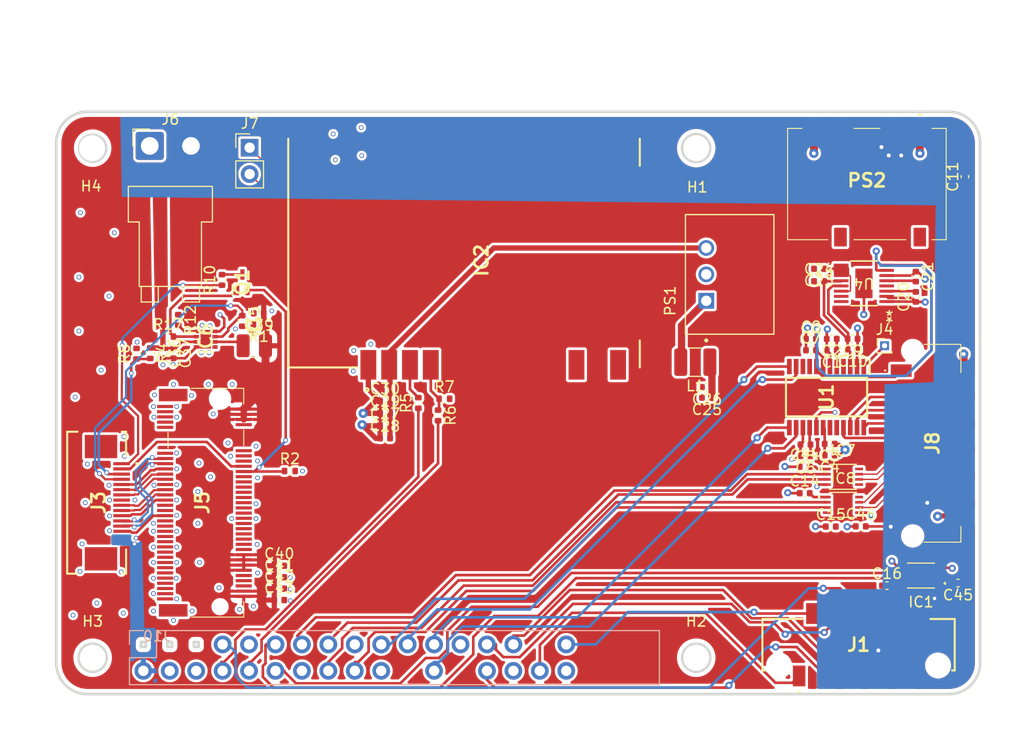
<source format=kicad_pcb>
(kicad_pcb (version 20221018) (generator pcbnew)
  (layers (0 "F.Cu" signal "Front") (1 "In1.Cu" signal) (2 "In2.Cu" signal) (31 "B.Cu" signal "Back") (34 "B.Paste" user) (35 "F.Paste" user) (36 "B.SilkS" user "B.Silkscreen") (37 "F.SilkS" user "F.Silkscreen") (38 "B.Mask" user) (39 "F.Mask" user) (44 "Edge.Cuts" user))
  (net 0 "")
  (net 1 "Net-(U1-REGCAPA)")
  (net 2 "GNDA")
  (net 3 "Net-(U1-REGCAPD)")
  (net 4 "3V3")
  (net 5 "5VADC{slash}SENSOR")
  (net 6 "5VRef")
  (net 7 "5.2V")
  (net 8 "GNDS")
  (net 9 "GNDD")
  (net 10 "Net-(U4-BYPASS)")
  (net 11 "Net-(U4-NR)")
  (net 12 "9V")
  (net 13 "3V3_XBEE")
  (net 14 "Net-(IC6-FB)")
  (net 15 "VCC3V3")
  (net 16 "IN1(5V)")
  (net 17 "IN2(5V)")
  (net 18 "IN2(3.3V)")
  (net 19 "IN1(3.3V)")
  (net 20 "DOUTXBee")
  (net 21 "DINXBee")
  (net 22 "Net-(IC2-DIO9{slash}ON{slash}~{SLEEP})")
  (net 23 "Net-(IC2-DIO6{slash}~{RTS})")
  (net 24 "DIGITAL_OUTPUT_3")
  (net 25 "DIGITAL_OUTPUT_4")
  (net 26 "DIGITAL_INPUT_4")
  (net 27 "DIGITAL_INPUT_3")
  (net 28 "DIGITAL_OUTPUT_1")
  (net 29 "DIGITAL_OUTPUT_2")
  (net 30 "DIGITAL_INPUT_2")
  (net 31 "DIGITAL_INPUT_1")
  (net 32 "AIN4")
  (net 33 "AIN3")
  (net 34 "AIN2")
  (net 35 "AIN1")
  (net 36 "AIN0")
  (net 37 "POWER_BOARD_PORT_RXD")
  (net 38 "Net-(J10-Pin_8)")
  (net 39 "Net-(J10-Pin_10)")
  (net 40 "ADC_SPI_DIN")
  (net 41 "ADC_SPI_DOUT")
  (net 42 "SCLK")
  (net 43 "RPi_SPI_CS")
  (net 44 "POWER_BOARD_PORT_TXD")
  (net 45 "STEERING_WHEEL_PORT_RXD")
  (net 46 "STEERING_WHEEL_PORT_TXD")
  (net 47 "NAVOUT")
  (net 48 "NAVIN")
  (net 49 "Net-(PS1-+VIN)")
  (net 50 "Net-(IC6-LX)")
  (net 53 "PCIE_DET_WAKE")
  (net 54 "PCIE_RST_B")
  (net 55 "PCIE_PWR_EN")
  (net 56 "3V3_PG")
  (net 87 "PCIE0 RX-")
  (net 89 "PCIE0 RX+")
  (net 93 "PCIE0 TX+")
  (net 94 "PCIE_RST_B_SW")
  (net 95 "PCIE_CLKREQ_N")
  (net 96 "PCIE CLK-")
  (net 98 "PCIE CLK+")
  (net 109 "PCIE0 TX-")
  (net 110 "Net-(J3-Pin_1)")
  (net 111 "GND")
  (footprint "Capacitor_SMD:C_0402_1005Metric" (layer "F.Cu") (at 124.206 88.1032 180)
    (fp_text reference "C26")
    (fp_text value "4.7uF")
  )
  (footprint "Resistor_SMD:R_0402_1005Metric" (layer "F.Cu") (at 98.973 89.2187)
    (fp_text reference "R7")
    (fp_text value "100k")
  )
  (footprint "Resistor_SMD:R_0402_1005Metric" (layer "F.Cu") (at 81.1378 82.064 180)
    (fp_text reference "R1")
    (fp_text value "10k")
  )
  (footprint "Connector_PinHeader_2.54mm:PinHeader_1x02_P2.54mm_Vertical" (layer "F.Cu") (at 80.264 65.0748)
    (fp_text reference "J7")
    (fp_text value "Conn_01x02")
  )
  (footprint "Capacitor_SMD:C_0402_1005Metric" (layer "F.Cu") (at 134.976 76.72 180)
    (fp_text reference "C23")
    (fp_text value "0.1uF")
  )
  (footprint "Resistor_SMD:R_0402_1005Metric" (layer "F.Cu") (at 69.3928 84.8868 90)
    (fp_text reference "R8")
    (fp_text value "6k8")
  )
  (footprint "Capacitor_SMD:C_0402_1005Metric" (layer "F.Cu") (at 133.676 94.72 180)
    (fp_text reference "C6")
    (fp_text value "10uF")
  )
  (footprint "21xt_footprints:CONV_R-78B3.3-1.5" (layer "F.Cu") (at 126.3904 77.2583 90)
    (fp_text reference "PS1")
    (fp_text value "R-78B3.3-1.5L")
  )
  (footprint "Capacitor_SMD:C_0402_1005Metric" (layer "F.Cu") (at 138.99 101.49)
    (fp_text reference "C46")
    (fp_text value "0.1uF")
  )
  (footprint "Capacitor_SMD:C_0402_1005Metric" (layer "F.Cu") (at 93.273 93.0187)
    (fp_text reference "C28")
    (fp_text value "10uF")
  )
  (footprint "Package_SO:VSSOP-8_2.4x2.1mm_P0.5mm" (layer "F.Cu") (at 137.276 96.72)
    (fp_text reference "IC7")
    (fp_text value "SN74LVC2T45DCTTG4")
  )
  (footprint "Resistor_SMD:R_0402_1005Metric" (layer "F.Cu") (at 77.6102 77.7916 90)
    (fp_text reference "R10")
    (fp_text value "33")
  )
  (footprint "Capacitor_SMD:C_0402_1005Metric" (layer "F.Cu") (at 136.001 94.658 180)
    (fp_text reference "C4")
    (fp_text value "1uF")
  )
  (footprint "21xt_footprints:908160012" (layer "F.Cu") (at 145.876 93.495 -90)
    (fp_text reference "J8")
    (fp_text value "Conn_01x12" hide)
  )
  (footprint "Capacitor_SMD:C_0402_1005Metric" (layer "F.Cu") (at 83.1088 106.3752)
    (fp_text reference "C41")
    (fp_text value "10uF")
  )
  (footprint "Capacitor_SMD:C_0402_1005Metric" (layer "F.Cu") (at 136.201 84.558 180)
    (fp_text reference "C1")
    (fp_text value "0.1uF")
  )
  (footprint "Resistor_SMD:R_0402_1005Metric" (layer "F.Cu") (at 79.5528 81.7372 -90)
    (fp_text reference "R15")
    (fp_text value "100k")
  )
  (footprint "Connector_PinHeader_1.00mm:PinHeader_1x01_P1.00mm_Vertical" (layer "F.Cu") (at 141.276 84.12)
    (fp_text reference "J4")
    (fp_text value "Conn_01x01_Pin")
  )
  (footprint "Capacitor_SMD:C_0402_1005Metric" (layer "F.Cu") (at 93.273 91.8187)
    (fp_text reference "C27")
    (fp_text value "0.1uF")
  )
  (footprint "Capacitor_SMD:C_0402_1005Metric" (layer "F.Cu") (at 133.604 98.298)
    (fp_text reference "C14")
    (fp_text value "0.1uF")
  )
  (footprint "Capacitor_SMD:C_0402_1005Metric" (layer "F.Cu") (at 83.1088 108.5752)
    (fp_text reference "C43")
    (fp_text value "10uF")
  )
  (footprint "Capacitor_SMD:C_0402_1005Metric" (layer "F.Cu") (at 136.11 101.51)
    (fp_text reference "C15")
    (fp_text value "0.1uF")
  )
  (footprint "21xt_footprints:RLS397" (layer "F.Cu") (at 117.7544 64.2112 90)
    (fp_text reference "IC2")
    (fp_text value "XBP9X-DMUS-011" hide)
  )
  (footprint "Package_SO:VSSOP-8_2.4x2.1mm_P0.5mm" (layer "F.Cu") (at 144.776 106.22 180)
    (fp_text reference "IC1")
    (fp_text value "SN74LVC2T45DCTTG4")
  )
  (footprint "Capacitor_SMD:C_0402_1005Metric" (layer "F.Cu") (at 81.1358 81.0008 180)
    (fp_text reference "C39")
    (fp_text value "15pF")
  )
  (footprint "Capacitor_SMD:C_0402_1005Metric" (layer "F.Cu") (at 136.201 83.458 180)
    (fp_text reference "C2")
    (fp_text value "1uF")
  )
  (footprint "Resistor_SMD:R_0402_1005Metric" (layer "F.Cu") (at 84.1248 96.1644)
    (fp_text reference "R2")
    (fp_text value "2.2k")
  )
  (footprint "Capacitor_SMD:C_0402_1005Metric" (layer "F.Cu") (at 134.976 77.92)
    (fp_text reference "C24")
    (fp_text value "1uF")
  )
  (footprint "Capacitor_SMD:C_0402_1005Metric" (layer "F.Cu") (at 144.276 79.42 90)
    (fp_text reference "C20")
    (fp_text value "0.1uF")
  )
  (footprint "Capacitor_SMD:C_0402_1005Metric" (layer "F.Cu") (at 83.1088 107.4752)
    (fp_text reference "C42")
    (fp_text value "10uF")
  )
  (footprint "Resistor_SMD:R_0402_1005Metric" (layer "F.Cu") (at 96.473 89.6187 90)
    (fp_text reference "R5")
    (fp_text value "68")
  )
  (footprint "Resistor_SMD:R_0402_1005Metric" (layer "F.Cu") (at 70.7136 84.836 -90)
    (fp_text reference "R4")
    (fp_text value "3k6")
  )
  (footprint "Capacitor_SMD:C_0402_1005Metric" (layer "F.Cu") (at 141.506 107.188)
    (fp_text reference "C16")
    (fp_text value "0.1uF")
  )
  (footprint "Capacitor_SMD:C_0402_1005Metric" (layer "F.Cu") (at 133.676 93.62 180)
    (fp_text reference "C5")
    (fp_text value "0.1uF")
  )
  (footprint "Capacitor_SMD:C_0402_1005Metric" (layer "F.Cu") (at 71.9328 84.844 -90)
    (fp_text reference "C36")
    (fp_text value "10uF")
  )
  (footprint "Capacitor_SMD:C_0402_1005Metric" (layer "F.Cu") (at 72.9328 84.844 -90)
    (fp_text reference "C37")
    (fp_text value "10uF")
  )
  (footprint "Capacitor_SMD:C_0402_1005Metric" (layer "F.Cu") (at 148.336 106.934 180)
    (fp_text reference "C45")
    (fp_text value "0.1uF")
  )
  (footprint "Inductor_SMD:L_1008_2520Metric" (layer "F.Cu") (at 80.7112 84.124)
    (fp_text reference "L2")
    (fp_text value "2.2uH")
  )
  (footprint "21xt_footprints:ZF5S1601TWT" (layer "F.Cu") (at 65.5592 99.2124 -90)
    (fp_text reference "J3")
    (fp_text value "Conn_01x16" hide)
  )
  (footprint "21xt_footprints:SOT50P160X90-3N" (layer "F.Cu") (at 79.569 78.0156 90)
    (fp_text reference "Q1")
    (fp_text value "DMG1012T-7" hide)
  )
  (footprint "Connector_JST:JST_VH_B2PS-VH_1x02_P3.96mm_Horizontal" (layer "F.Cu") (at 70.664 64.9038)
    (fp_text reference "J6")
    (fp_text value "Conn_01x02")
  )
  (footprint "Capacitor_SMD:C_0402_1005Metric" (layer "F.Cu") (at 144.276 77.47 -90)
    (fp_text reference "C21")
    (fp_text value "0.1uF")
  )
  (footprint "Resistor_SMD:R_0402_1005Metric" (layer "F.Cu") (at 98.373 90.8187 -90)
    (fp_text reference "R6")
    (fp_text value "68")
  )
  (footprint "Capacitor_SMD:C_0402_1005Metric" (layer "F.Cu") (at 93.273 90.6187)
    (fp_text reference "C29")
    (fp_text value "47pF")
  )
  (footprint "MountingHole:MountingHole_2.5mm" (layer "F.Cu") (at 123.176 114.12)
    (fp_text reference "H2")
    (fp_text value "MountingHole")
  )
  (footprint "Capacitor_SMD:C_0402_1005Metric" (layer "F.Cu") (at 138.201 83.458 180)
    (fp_text reference "C9")
    (fp_text value "10uF")
  )
  (footprint "Capacitor_SMD:C_0402_1005Metric" (layer "F.Cu") (at 133.604 95.758)
    (fp_text reference "C44")
    (fp_text value "0.1uF")
  )
  (footprint "Capacitor_SMD:C_0402_1005Metric" (layer "F.Cu") (at 136.001 93.558 180)
    (fp_text reference "C3")
    (fp_text value "0.1uF")
  )
  (footprint "Capacitor_SMD:C_0402_1005Metric" (layer "F.Cu") (at 83.1088 105.2752)
    (fp_text reference "C40")
    (fp_text value "10uF")
  )
  (footprint "21xt_footprints:R2D120509" (layer "F.Cu") (at 139.576 68.57 180)
    (fp_text reference "PS2")
    (fp_text value "R2D12-0509" hide)
  )
  (footprint "21xt_footprints:908160010" (layer "F.Cu") (at 138.776 112.87)
    (fp_text reference "J1")
    (fp_text value "Conn_01x10" hide)
  )
  (footprint "MountingHole:MountingHole_2.5mm" (layer "F.Cu") (at 123.176 65.12)
    (fp_text reference "H1")
    (fp_text value "MountingHole")
  )
  (footprint "21xt_footprints:AP3441LSHE7B" (layer "F.Cu") (at 76.0378 83.494 -90)
    (fp_text reference "IC6")
    (fp_text value "AP3441LSHE-7B" hide)
  )
  (footprint "Resistor_SMD:R_0402_1005Metric" (layer "F.Cu") (at 72.4328 83.239)
    (fp_text reference "R17")
    (fp_text value "10k")
  )
  (footprint "MountingHole:MountingHole_2.5mm" (layer "F.Cu") (at 65.1256 65.1256)
    (fp_text reference "H4")
    (fp_text value "MountingHole")
  )
  (footprint "Capacitor_SMD:C_0402_1005Metric" (layer "F.Cu") (at 148.9964 67.8688 90)
    (fp_text reference "C11")
    (fp_text value "0.1uF")
  )
  (footprint "MountingHole:MountingHole_2.5mm" (layer "F.Cu") (at 65.176 114.12)
    (fp_text reference "H3")
    (fp_text value "MountingHole")
  )
  (footprint "21xt_footprints:LT6658AHMSE-2.5-PBF" (layer "F.Cu") (at 139.2916 78.119999 180)
    (fp_text reference "U4")
    (fp_text value "LT6658AHMSE-5-PBF")
  )
  (footprint "Package_SO:VSSOP-8_2.4x2.1mm_P0.5mm" (layer "F.Cu") (at 137.276 99.42)
    (fp_text reference "IC8")
    (fp_text value "SN74LVC2T45DCTTG4")
  )
  (footprint "Inductor_SMD:L_1210_3225Metric" (layer "F.Cu") (at 123.0884 85.6996 180)
    (fp_text reference "L1")
    (fp_text value "3.9uH")
  )
  (footprint "Capacitor_SMD:C_0402_1005Metric" (layer "F.Cu") (at 134.201 84.558)
    (fp_text reference "C7")
    (fp_text value "0.1uF")
  )
  (footprint "Capacitor_SMD:C_0402_1005Metric" (layer "F.Cu") (at 124.206 89.1032 180)
    (fp_text reference "C25")
    (fp_text value "10uF")
  )
  (footprint "Capacitor_SMD:C_0402_1005Metric" (layer "F.Cu") (at 138.201 84.458 180)
    (fp_text reference "C10")
    (fp_text value "0.1uF")
  )
  (footprint "21xt_footprints:MDT275M02001" (layer "F.Cu") (at 77.4192 99.2124 90)
    (fp_text reference "J5")
    (fp_text value "MDT275M02001" hide)
  )
  (footprint "Capacitor_SMD:C_0402_1005Metric" (layer "F.Cu") (at 93.273 89.4187)
    (fp_text reference "C30")
    (fp_text value "8.2pF")
  )
  (footprint "Resistor_SMD:R_0402_1005Metric" (layer "F.Cu") (at 73.406 81.6356 -90)
    (fp_text reference "R12")
    (fp_text value "45k")
  )
  (footprint "21xt_footprints:SOP65P640X120-24N" (layer "F.Cu") (at 135.701 89.058 -90)
    (fp_text reference "U1")
    (fp_text value "AD7175-2BRUZ" hide)
  )
  (footprint "Capacitor_SMD:C_0402_1005Metric" (layer "F.Cu") (at 134.201 83.458)
    (fp_text reference "C8")
    (fp_text value "1uF")
  )
  (footprint "Connector_PinHeader_2.54mm:PinHeader_2x20_P2.54mm_Vertical" (layer "B.Cu") (at 70.046 112.84 -90)
    (fp_text reference "J10")
    (fp_text value "Conn_02x20_Odd_Even")
  )
  (gr_line (start 95.214163 113.081837) (end 95.214163 112.618163) (stroke (width 0.25)) (layer "Edge.Cuts"))
  (gr_line (start 95.214163 112.618163) (end 95.677837 112.618163) (stroke (width 0.25)) (layer "Edge.Cuts"))
  (gr_line (start 70.277837 112.618163) (end 70.277837 113.081837) (stroke (width 0.25)) (layer "Edge.Cuts"))
  (gr_line (start 74.894163 115.158163) (end 75.357837 115.158163) (stroke (width 0.25)) (layer "Edge.Cuts"))
  (gr_line (start 70.277837 115.621837) (end 69.814163 115.621837) (stroke (width 0.25)) (layer "Edge.Cuts"))
  (gr_line (start 97.754163 112.618163) (end 98.217837 112.618163) (stroke (width 0.25)) (layer "Edge.Cuts"))
  (gr_line (start 90.134163 115.158163) (end 90.597837 115.158163) (stroke (width 0.25)) (layer "Edge.Cuts"))
  (gr_arc (start 61.676 64.62) (mid 62.55468 62.49868) (end 64.676 61.62) (stroke (width 0.25)) (layer "Edge.Cuts"))
  (gr_line (start 100.294163 113.081837) (end 100.294163 112.618163) (stroke (width 0.25)) (layer "Edge.Cuts"))
  (gr_line (start 90.726 117.62) (end 104.126 117.62) (stroke (width 0.25)) (layer "Edge.Cuts"))
  (gr_line (start 72.817837 112.618163) (end 72.817837 113.081837) (stroke (width 0.25)) (layer "Edge.Cuts"))
  (gr_line (start 90.134163 113.081837) (end 90.134163 112.618163) (stroke (width 0.25)) (layer "Edge.Cuts"))
  (gr_line (start 85.054163 113.081837) (end 85.054163 112.618163) (stroke (width 0.25)) (layer "Edge.Cuts"))
  (gr_line (start 100.294163 112.618163) (end 100.757837 112.618163) (stroke (width 0.25)) (layer "Edge.Cuts"))
  (gr_line (start 88.057837 113.081837) (end 87.594163 113.081837) (stroke (width 0.25)) (layer "Edge.Cuts"))
  (gr_line (start 90.597837 115.158163) (end 90.597837 115.621837) (stroke (width 0.25)) (layer "Edge.Cuts"))
  (gr_arc (start 147.45468 61.62) (mid 149.576013 62.498673) (end 150.45468 64.62) (stroke (width 0.25)) (layer "Edge.Cuts"))
  (gr_line (start 70.277837 113.081837) (end 69.814163 113.081837) (stroke (width 0.25)) (layer "Edge.Cuts"))
  (gr_line (start 90.597837 112.618163) (end 90.597837 113.081837) (stroke (width 0.25)) (layer "Edge.Cuts"))
  (gr_line (start 85.517837 113.081837) (end 85.054163 113.081837) (stroke (width 0.25)) (layer "Edge.Cuts"))
  (gr_line (start 97.754163 115.158163) (end 98.217837 115.158163) (stroke (width 0.25)) (layer "Edge.Cuts"))
  (gr_line (start 104.126 117.62) (end 147.45468 117.62) (stroke (width 0.25)) (layer "Edge.Cuts"))
  (gr_line (start 90.597837 115.621837) (end 90.134163 115.621837) (stroke (width 0.25)) (layer "Edge.Cuts"))
  (gr_line (start 98.217837 112.618163) (end 98.217837 113.081837) (stroke (width 0.25)) (layer "Edge.Cuts"))
  (gr_line (start 75.357837 115.158163) (end 75.357837 115.621837) (stroke (width 0.25)) (layer "Edge.Cuts"))
  (gr_line (start 110.917837 115.621837) (end 110.454163 115.621837) (stroke (width 0.25)) (layer "Edge.Cuts"))
  (gr_line (start 147.45468 61.62) (end 64.676 61.62) (stroke (width 0.25)) (layer "Edge.Cuts"))
  (gr_line (start 82.514163 115.621837) (end 82.514163 115.158163) (stroke (width 0.25)) (layer "Edge.Cuts"))
  (gr_line (start 105.374163 115.621837) (end 105.374163 115.158163) (stroke (width 0.25)) (layer "Edge.Cuts"))
  (gr_circle (center 123.176 114.12) (end 124.526 114.12) (stroke (width 0.25)) (fill none) (layer "Edge.Cuts"))
  (gr_line (start 69.814163 112.618163) (end 70.277837 112.618163) (stroke (width 0.25)) (layer "Edge.Cuts"))
  (gr_arc (start 150.45468 114.62) (mid 149.576005 116.741349) (end 147.45468 117.62) (stroke (width 0.25)) (layer "Edge.Cuts"))
  (gr_line (start 77.897837 112.618163) (end 77.897837 113.081837) (stroke (width 0.25)) (layer "Edge.Cuts"))
  (gr_line (start 77.434163 113.081837) (end 77.434163 112.618163) (stroke (width 0.25)) (layer "Edge.Cuts"))
  (gr_line (start 100.757837 112.618163) (end 100.757837 113.081837) (stroke (width 0.25)) (layer "Edge.Cuts"))
  (gr_line (start 110.454163 112.618163) (end 110.917837 112.618163) (stroke (width 0.25)) (layer "Edge.Cuts"))
  (gr_line (start 72.817837 113.081837) (end 72.354163 113.081837) (stroke (width 0.25)) (layer "Edge.Cuts"))
  (gr_line (start 93.137837 113.081837) (end 92.674163 113.081837) (stroke (width 0.25)) (layer "Edge.Cuts"))
  (gr_line (start 97.754163 115.621837) (end 97.754163 115.158163) (stroke (width 0.25)) (layer "Edge.Cuts"))
  (gr_line (start 69.814163 115.621837) (end 69.814163 115.158163) (stroke (width 0.25)) (layer "Edge.Cuts"))
  (gr_line (start 85.517837 115.621837) (end 85.054163 115.621837) (stroke (width 0.25)) (layer "Edge.Cuts"))
  (gr_line (start 87.594163 115.158163) (end 88.057837 115.158163) (stroke (width 0.25)) (layer "Edge.Cuts"))
  (gr_line (start 110.454163 115.621837) (end 110.454163 115.158163) (stroke (width 0.25)) (layer "Edge.Cuts"))
  (gr_line (start 105.837837 115.621837) (end 105.374163 115.621837) (stroke (width 0.25)) (layer "Edge.Cuts"))
  (gr_line (start 72.817837 115.621837) (end 72.354163 115.621837) (stroke (width 0.25)) (layer "Edge.Cuts"))
  (gr_line (start 85.054163 112.618163) (end 85.517837 112.618163) (stroke (width 0.25)) (layer "Edge.Cuts"))
  (gr_line (start 103.297837 113.081837) (end 102.834163 113.081837) (stroke (width 0.25)) (layer "Edge.Cuts"))
  (gr_line (start 102.834163 115.621837) (end 102.834163 115.158163) (stroke (width 0.25)) (layer "Edge.Cuts"))
  (gr_line (start 64.676 117.62) (end 77.346 117.62) (stroke (width 0.25)) (layer "Edge.Cuts"))
  (gr_line (start 87.594163 112.618163) (end 88.057837 112.618163) (stroke (width 0.25)) (layer "Edge.Cuts"))
  (gr_line (start 98.217837 113.081837) (end 97.754163 113.081837) (stroke (width 0.25)) (layer "Edge.Cuts"))
  (gr_line (start 110.454163 115.158163) (end 110.917837 115.158163) (stroke (width 0.25)) (layer "Edge.Cuts"))
  (gr_line (start 82.977837 112.618163) (end 82.977837 113.081837) (stroke (width 0.25)) (layer "Edge.Cuts"))
  (gr_line (start 82.514163 113.081837) (end 82.514163 112.618163) (stroke (width 0.25)) (layer "Edge.Cuts"))
  (gr_line (start 88.057837 115.158163) (end 88.057837 115.621837) (stroke (width 0.25)) (layer "Edge.Cuts"))
  (gr_line (start 97.754163 113.081837) (end 97.754163 112.618163) (stroke (width 0.25)) (layer "Edge.Cuts"))
  (gr_line (start 93.137837 115.158163) (end 93.137837 115.621837) (stroke (width 0.25)) (layer "Edge.Cuts"))
  (gr_line (start 82.514163 112.618163) (end 82.977837 112.618163) (stroke (width 0.25)) (layer "Edge.Cuts"))
  (gr_line (start 75.357837 112.618163) (end 75.357837 113.081837) (stroke (width 0.25)) (layer "Edge.Cuts"))
  (gr_line (start 74.894163 112.618163) (end 75.357837 112.618163) (stroke (width 0.25)) (layer "Edge.Cuts"))
  (gr_line (start 107.914163 115.158163) (end 108.377837 115.158163) (stroke (width 0.25)) (layer "Edge.Cuts"))
  (gr_line (start 93.137837 112.618163) (end 93.137837 113.081837) (stroke (width 0.25)) (layer "Edge.Cuts"))
  (gr_line (start 98.217837 115.621837) (end 97.754163 115.621837) (stroke (width 0.25)) (layer "Edge.Cuts"))
  (gr_line (start 87.594163 113.081837) (end 87.594163 112.618163) (stroke (width 0.25)) (layer "Edge.Cuts"))
  (gr_line (start 103.297837 115.621837) (end 102.834163 115.621837) (stroke (width 0.25)) (layer "Edge.Cuts"))
  (gr_line (start 69.814163 115.158163) (end 70.277837 115.158163) (stroke (width 0.25)) (layer "Edge.Cuts"))
  (gr_circle (center 123.176 65.12) (end 124.526 65.12) (stroke (width 0.25)) (fill none) (layer "Edge.Cuts"))
  (gr_line (start 61.676 64.62) (end 61.676 98.220635) (stroke (width 0.25)) (layer "Edge.Cuts"))
  (gr_line (start 102.834163 113.081837) (end 102.834163 112.618163) (stroke (width 0.25)) (layer "Edge.Cuts"))
  (gr_line (start 82.514163 115.158163) (end 82.977837 115.158163) (stroke (width 0.25)) (layer "Edge.Cuts"))
  (gr_line (start 103.297837 112.618163) (end 103.297837 113.081837) (stroke (width 0.25)) (layer "Edge.Cuts"))
  (gr_line (start 92.674163 115.158163) (end 93.137837 115.158163) (stroke (width 0.25)) (layer "Edge.Cuts"))
  (gr_line (start 88.057837 112.618163) (end 88.057837 113.081837) (stroke (width 0.25)) (layer "Edge.Cuts"))
  (gr_line (start 72.354163 115.158163) (end 72.817837 115.158163) (stroke (width 0.25)) (layer "Edge.Cuts"))
  (gr_line (start 108.377837 115.621837) (end 107.914163 115.621837) (stroke (width 0.25)) (layer "Edge.Cuts"))
  (gr_line (start 79.974163 112.618163) (end 80.437837 112.618163) (stroke (width 0.25)) (layer "Edge.Cuts"))
  (gr_line (start 102.834163 112.618163) (end 103.297837 112.618163) (stroke (width 0.25)) (layer "Edge.Cuts"))
  (gr_line (start 72.354163 115.621837) (end 72.354163 115.158163) (stroke (width 0.25)) (layer "Edge.Cuts"))
  (gr_line (start 95.677837 112.618163) (end 95.677837 113.081837) (stroke (width 0.25)) (layer "Edge.Cuts"))
  (gr_line (start 79.974163 115.621837) (end 79.974163 115.158163) (stroke (width 0.25)) (layer "Edge.Cuts"))
  (gr_circle (center 65.176 65.12) (end 66.476 65.12) (stroke (width 0.25)) (fill none) (layer "Edge.Cuts"))
  (gr_line (start 79.974163 115.158163) (end 80.437837 115.158163) (stroke (width 0.25)) (layer "Edge.Cuts"))
  (gr_line (start 85.054163 115.158163) (end 85.517837 115.158163) (stroke (width 0.25)) (layer "Edge.Cuts"))
  (gr_line (start 92.674163 112.618163) (end 93.137837 112.618163) (stroke (width 0.25)) (layer "Edge.Cuts"))
  (gr_line (start 82.977837 115.158163) (end 82.977837 115.621837) (stroke (width 0.25)) (layer "Edge.Cuts"))
  (gr_line (start 74.894163 113.081837) (end 74.894163 112.618163) (stroke (width 0.25)) (layer "Edge.Cuts"))
  (gr_line (start 77.346 117.62) (end 90.726 117.62) (stroke (width 0.25)) (layer "Edge.Cuts"))
  (gr_line (start 77.897837 113.081837) (end 77.434163 113.081837) (stroke (width 0.25)) (layer "Edge.Cuts"))
  (gr_line (start 110.917837 113.081837) (end 110.454163 113.081837) (stroke (width 0.25)) (layer "Edge.Cuts"))
  (gr_line (start 85.054163 115.621837) (end 85.054163 115.158163) (stroke (width 0.25)) (layer "Edge.Cuts"))
  (gr_line (start 80.437837 113.081837) (end 79.974163 113.081837) (stroke (width 0.25)) (layer "Edge.Cuts"))
  (gr_line (start 88.057837 115.621837) (end 87.594163 115.621837) (stroke (width 0.25)) (layer "Edge.Cuts"))
  (gr_line (start 150.45468 114.62) (end 150.45468 64.62) (stroke (width 0.25)) (layer "Edge.Cuts"))
  (gr_line (start 105.374163 113.081837) (end 105.374163 112.618163) (stroke (width 0.25)) (layer "Edge.Cuts"))
  (gr_line (start 90.134163 115.621837) (end 90.134163 115.158163) (stroke (width 0.25)) (layer "Edge.Cuts"))
  (gr_arc (start 64.676 117.62) (mid 62.55468 116.74132) (end 61.676 114.62) (stroke (width 0.25)) (layer "Edge.Cuts"))
  (gr_line (start 105.837837 113.081837) (end 105.374163 113.081837) (stroke (width 0.25)) (layer "Edge.Cuts"))
  (gr_line (start 79.974163 113.081837) (end 79.974163 112.618163) (stroke (width 0.25)) (layer "Edge.Cuts"))
  (gr_line (start 77.434163 115.158163) (end 77.897837 115.158163) (stroke (width 0.25)) (layer "Edge.Cuts"))
  (gr_line (start 77.897837 115.158163) (end 77.897837 115.621837) (stroke (width 0.25)) (layer "Edge.Cuts"))
  (gr_line (start 103.297837 115.158163) (end 103.297837 115.621837) (stroke (width 0.25)) (layer "Edge.Cuts"))
  (gr_line (start 74.894163 115.621837) (end 74.894163 115.158163) (stroke (width 0.25)) (layer "Edge.Cuts"))
  (gr_line (start 105.374163 115.158163) (end 105.837837 115.158163) (stroke (width 0.25)) (layer "Edge.Cuts"))
  (gr_line (start 80.437837 115.621837) (end 79.974163 115.621837) (stroke (width 0.25)) (layer "Edge.Cuts"))
  (gr_line (start 92.674163 115.621837) (end 92.674163 115.158163) (stroke (width 0.25)) (layer "Edge.Cuts"))
  (gr_line (start 95.677837 113.081837) (end 95.214163 113.081837) (stroke (width 0.25)) (layer "Edge.Cuts"))
  (gr_line (start 85.517837 115.158163) (end 85.517837 115.621837) (stroke (width 0.25)) (layer "Edge.Cuts"))
  (gr_line (start 90.134163 112.618163) (end 90.597837 112.618163) (stroke (width 0.25)) (layer "Edge.Cuts"))
  (gr_line (start 93.137837 115.621837) (end 92.674163 115.621837) (stroke (width 0.25)) (layer "Edge.Cuts"))
  (gr_circle (center 65.176 114.12) (end 66.526 114.12) (stroke (width 0.25)) (fill none) (layer "Edge.Cuts"))
  (gr_line (start 82.977837 115.621837) (end 82.514163 115.621837) (stroke (width 0.25)) (layer "Edge.Cuts"))
  (gr_line (start 75.357837 113.081837) (end 74.894163 113.081837) (stroke (width 0.25)) (layer "Edge.Cuts"))
  (gr_line (start 70.277837 115.158163) (end 70.277837 115.621837) (stroke (width 0.25)) (layer "Edge.Cuts"))
  (gr_line (start 107.914163 115.621837) (end 107.914163 115.158163) (stroke (width 0.25)) (layer "Edge.Cuts"))
  (gr_line (start 87.594163 115.621837) (end 87.594163 115.158163) (stroke (width 0.25)) (layer "Edge.Cuts"))
  (gr_line (start 80.437837 115.158163) (end 80.437837 115.621837) (stroke (width 0.25)) (layer "Edge.Cuts"))
  (gr_line (start 77.434163 112.618163) (end 77.897837 112.618163) (stroke (width 0.25)) (layer "Edge.Cuts"))
  (gr_line (start 82.977837 113.081837) (end 82.514163 113.081837) (stroke (width 0.25)) (layer "Edge.Cuts"))
  (gr_line (start 75.357837 115.621837) (end 74.894163 115.621837) (stroke (width 0.25)) (layer "Edge.Cuts"))
  (gr_line (start 105.837837 112.618163) (end 105.837837 113.081837) (stroke (width 0.25)) (layer "Edge.Cuts"))
  (gr_line (start 105.837837 115.158163) (end 105.837837 115.621837) (stroke (width 0.25)) (layer "Edge.Cuts"))
  (gr_line (start 110.454163 113.081837) (end 110.454163 112.618163) (stroke (width 0.25)) (layer "Edge.Cuts"))
  (gr_line (start 72.354163 113.081837) (end 72.354163 112.618163) (stroke (width 0.25)) (layer "Edge.Cuts"))
  (gr_line (start 80.437837 112.618163) (end 80.437837 113.081837) (stroke (width 0.25)) (layer "Edge.Cuts"))
  (gr_line (start 92.674163 113.081837) (end 92.674163 112.618163) (stroke (width 0.25)) (layer "Edge.Cuts"))
  (gr_line (start 110.917837 112.618163) (end 110.917837 113.081837) (stroke (width 0.25)) (layer "Edge.Cuts"))
  (gr_line (start 72.354163 112.618163) (end 72.817837 112.618163) (stroke (width 0.25)) (layer "Edge.Cuts"))
  (gr_line (start 90.597837 113.081837) (end 90.134163 113.081837) (stroke (width 0.25)) (layer "Edge.Cuts"))
  (gr_line (start 61.676 98.220635) (end 61.676 114.62) (stroke (width 0.25)) (layer "Edge.Cuts"))
  (gr_line (start 85.517837 112.618163) (end 85.517837 113.081837) (stroke (width 0.25)) (layer "Edge.Cuts"))
  (gr_line (start 108.377837 115.158163) (end 108.377837 115.621837) (stroke (width 0.25)) (layer "Edge.Cuts"))
  (gr_line (start 98.217837 115.158163) (end 98.217837 115.621837) (stroke (width 0.25)) (layer "Edge.Cuts"))
  (gr_line (start 110.917837 115.158163) (end 110.917837 115.621837) (stroke (width 0.25)) (layer "Edge.Cuts"))
  (gr_line (start 105.374163 112.618163) (end 105.837837 112.618163) (stroke (width 0.25)) (layer "Edge.Cuts"))
  (gr_line (start 77.434163 115.621837) (end 77.434163 115.158163) (stroke (width 0.25)) (layer "Edge.Cuts"))
  (gr_line (start 77.897837 115.621837) (end 77.434163 115.621837) (stroke (width 0.25)) (layer "Edge.Cuts"))
  (gr_line (start 100.757837 113.081837) (end 100.294163 113.081837) (stroke (width 0.25)) (layer "Edge.Cuts"))
  (gr_line (start 69.814163 113.081837) (end 69.814163 112.618163) (stroke (width 0.25)) (layer "Edge.Cuts"))
  (gr_line (start 72.817837 115.158163) (end 72.817837 115.621837) (stroke (width 0.25)) (layer "Edge.Cuts"))
  (gr_line (start 102.834163 115.158163) (end 103.297837 115.158163) (stroke (width 0.25)) (layer "Edge.Cuts"))
  (segment (start 136.676 86.12) (end 136.676 84.563) (width 0.254) (layer "F.Cu") (net 1))
  (segment (start 136.676 84.563) (end 136.681 84.558) (width 0.254) (layer "F.Cu") (net 1))
  (segment (start 136.681 84.558) (end 136.681 83.458) (width 0.254) (layer "F.Cu") (net 1))
  (segment (start 133.721 83.458) (end 133.721 82.575) (width 0.254) (layer "F.Cu") (net 2))
  (segment (start 144.276 76.99) (end 144.446 76.99) (width 0.254) (layer "F.Cu") (net 2))
  (segment (start 138.681 83.458) (end 138.681 82.425) (width 0.254) (layer "F.Cu") (net 2))
  (segment (start 143.895999 77.370001) (end 144.276 76.99) (width 0.254) (layer "F.Cu") (net 2))
  (segment (start 133.426 93.39) (end 133.196 93.62) (width 0.254) (layer "F.Cu") (net 2))
  (segment (start 138.626 84.513) (end 138.681 84.458) (width 0.254) (layer "F.Cu") (net 2))
  (segment (start 138.681 84.458) (end 138.681 83.458) (width 0.254) (layer "F.Cu") (net 2))
  (segment (start 133.196 93.62) (end 133.196 94.72) (width 0.254) (layer "F.Cu") (net 2))
  (segment (start 133.426 91.996) (end 133.426 93.39) (width 0.254) (layer "F.Cu") (net 2))
  (segment (start 144.446 76.99) (end 145.176 77.72) (width 0.254) (layer "F.Cu") (net 2))
  (segment (start 135.721 84.558) (end 135.721 83.458) (width 0.254) (layer "F.Cu") (net 2))
  (segment (start 132.6896 95.0468) (end 133.0164 94.72) (width 0.254) (layer "F.Cu") (net 2))
  (segment (start 138.681 82.425) (end 138.676 82.42) (width 0.254) (layer "F.Cu") (net 2))
  (segment (start 144.246001 79.870001) (end 144.276 79.9) (width 0.254) (layer "F.Cu") (net 2))
  (segment (start 141.476 79.870001) (end 144.246001 79.870001) (width 0.254) (layer "F.Cu") (net 2))
  (segment (start 139.2916 81.1044) (end 139.276 81.12) (width 0.254) (layer "F.Cu") (net 2))
  (segment (start 135.721 82.575) (end 135.776 82.52) (width 0.254) (layer "F.Cu") (net 2))
  (segment (start 132.334 95.0468) (end 132.6896 95.0468) (width 0.254) (layer "F.Cu") (net 2))
  (segment (start 141.626001 79.52) (end 143.896 79.52) (width 0.254) (layer "F.Cu") (net 2))
  (segment (start 136.026 86.12) (end 136.026 84.863) (width 0.254) (layer "F.Cu") (net 2))
  (segment (start 143.896 79.52) (end 144.276 79.9) (width 0.254) (layer "F.Cu") (net 2))
  (segment (start 133.0164 94.72) (end 133.196 94.72) (width 0.254) (layer "F.Cu") (net 2))
  (segment (start 141.476 79.369999) (end 141.626001 79.52) (width 0.254) (layer "F.Cu") (net 2))
  (segment (start 144.276 79.9) (end 145.156 79.9) (width 0.254) (layer "F.Cu") (net 2))
  (segment (start 135.721 83.458) (end 135.721 82.575) (width 0.254) (layer "F.Cu") (net 2))
  (segment (start 133.721 84.558) (end 133.721 83.458) (width 0.254) (layer "F.Cu") (net 2))
  (segment (start 148.876 84.92) (end 148.876 87.78) (width 0.762) (layer "F.Cu") (net 2))
  (segment (start 141.476 77.370001) (end 143.895999 77.370001) (width 0.254) (layer "F.Cu") (net 2))
  (segment (start 133.721 82.575) (end 133.876 82.42) (width 0.254) (layer "F.Cu") (net 2))
  (segment (start 138.626 86.12) (end 138.626 84.513) (width 0.254) (layer "F.Cu") (net 2))
  (segment (start 139.2916 78.119999) (end 139.2916 81.1044) (width 0.254) (layer "F.Cu") (net 2))
  (segment (start 136.026 84.863) (end 135.721 84.558) (width 0.254) (layer "F.Cu") (net 2))
  (segment (start 145.156 79.9) (end 145.176 79.92) (width 0.254) (layer "F.Cu") (net 2))
  (via (at 135.776 82.52) (size 0.6858) (drill 0.3302) (layers "F.Cu" "B.Cu") (net 2))
  (via (at 139.276 81.12) (size 0.6858) (drill 0.3302) (layers "F.Cu" "B.Cu") (net 2))
  (via (at 138.676 82.42) (size 0.6858) (drill 0.3302) (layers "F.Cu" "B.Cu") (net 2))
  (via (at 148.876 84.92) (size 0.889) (drill 0.381) (layers "F.Cu" "B.Cu") (net 2))
  (via (at 133.876 82.42) (size 0.6858) (drill 0.3302) (layers "F.Cu" "B.Cu") (net 2))
  (via (at 145.176 77.72) (size 0.6858) (drill 0.3302) (layers "F.Cu" "B.Cu") (net 2))
  (via (at 145.176 79.92) (size 0.6858) (drill 0.3302) (layers "F.Cu" "B.Cu") (net 2))
  (via (at 132.334 95.0468) (size 0.45) (drill 0.3) (layers "F.Cu" "B.Cu") (net 2))
  (segment (start 135.521 93.558) (end 135.521 92.141) (width 0.254) (layer "F.Cu") (net 3))
  (segment (start 135.521 94.658) (end 135.521 93.558) (width 0.254) (layer "F.Cu") (net 3))
  (segment (start 135.521 92.141) (end 135.376 91.996) (width 0.254) (layer "F.Cu") (net 3))
  (segment (start 134.456 98.67) (end 134.084 98.298) (width 0.254) (layer "F.Cu") (net 4))
  (segment (start 135.726 95.97) (end 134.832 95.97) (width 0.254) (layer "F.Cu") (net 4))
  (segment (start 134.832 95.97) (end 134.62 95.758) (width 0.254) (layer "F.Cu") (net 4))
  (segment (start 134.076 93.54) (end 134.156 93.62) (width 0.254) (layer "F.Cu") (net 4))
  (segment (start 135.726 98.67) (end 134.456 98.67) (width 0.254) (layer "F.Cu") (net 4))
  (segment (start 134.076 91.996) (end 134.076 93.54) (width 0.254) (layer "F.Cu") (net 4))
  (segment (start 134.62 95.758) (end 134.084 95.758) (width 0.254) (layer "F.Cu") (net 4))
  (segment (start 134.156 94.72) (end 134.156 93.62) (width 0.254) (layer "F.Cu") (net 4))
  (segment (start 140.525999 76.869999) (end 140.476 76.82) (width 0.254) (layer "F.Cu") (net 5))
  (segment (start 135.3845 87.12) (end 134.726 86.4615) (width 0.254) (layer "F.Cu") (net 5))
  (segment (start 141.476 76.37) (end 144.826 76.37) (width 0.254) (layer "F.Cu") (net 5))
  (segment (start 140.476 76.82) (end 140.476 75.02) (width 0.254) (layer "F.Cu") (net 5))
  (segment (start 135.376 85.253) (end 134.681 84.558) (width 0.254) (layer "F.Cu") (net 5))
  (segment (start 142.876 86.51) (end 142.266 87.12) (width 0.254) (layer "F.Cu") (net 5))
  (segment (start 134.681 82.615) (end 134.776 82.52) (width 0.254) (layer "F.Cu") (net 5))
  (segment (start 135.376 86.12) (end 135.376 85.253) (width 0.254) (layer "F.Cu") (net 5))
  (segment (start 141.476 76.869999) (end 140.525999 76.869999) (width 0.254) (layer "F.Cu") (net 5))
  (segment (start 144.826 76.37) (end 145.776 77.32) (width 0.254) (layer "F.Cu") (net 5))
  (segment (start 134.681 84.558) (end 134.681 83.458) (width 0.254) (layer "F.Cu") (net 5))
  (segment (start 134.681 83.458) (end 134.681 82.615) (width 0.254) (layer "F.Cu") (net 5))
  (segment (start 134.726 84.603) (end 134.681 84.558) (width 0.254) (layer "F.Cu") (net 5))
  (segment (start 135.376 87.1115) (end 135.376 86.12) (width 0.254) (layer "F.Cu") (net 5))
  (segment (start 134.726 86.12) (end 134.726 84.603) (width 0.254) (layer "F.Cu") (net 5))
  (segment (start 143.821595 86.51) (end 142.876 86.51) (width 0.254) (layer "F.Cu") (net 5))
  (segment (start 135.3845 87.12) (end 135.376 87.1115) (width 0.254) (layer "F.Cu") (net 5))
  (segment (start 142.266 87.12) (end 135.3845 87.12) (width 0.254) (layer "F.Cu") (net 5))
  (segment (start 145.776 77.32) (end 145.776 84.555595) (width 0.254) (layer "F.Cu") (net 5))
  (segment (start 145.776 84.555595) (end 143.821595 86.51) (width 0.254) (layer "F.Cu") (net 5))
  (segment (start 134.726 86.4615) (end 134.726 86.12) (width 0.254) (layer "F.Cu") (net 5))
  (via (at 134.776 82.52) (size 0.6858) (drill 0.3302) (layers "F.Cu" "B.Cu") (net 5))
  (via (at 140.476 75.02) (size 0.6858) (drill 0.3302) (layers "F.Cu" "B.Cu") (net 5))
  (segment (start 140.476 75.02) (end 140.476 75.92) (width 0.254) (layer "B.Cu") (net 5))
  (segment (start 144.876 76.42) (end 145.776 77.32) (width 0.254) (layer "B.Cu") (net 5))
  (segment (start 135.676 87.02) (end 134.776 86.12) (width 0.254) (layer "B.Cu") (net 5))
  (segment (start 143.311595 87.02) (end 135.676 87.02) (width 0.254) (layer "B.Cu") (net 5))
  (segment (start 140.976 76.42) (end 144.876 76.42) (width 0.254) (layer "B.Cu") (net 5))
  (segment (start 145.776 77.32) (end 145.776 84.555595) (width 0.254) (layer "B.Cu") (net 5))
  (segment (start 145.776 84.555595) (end 143.311595 87.02) (width 0.254) (layer "B.Cu") (net 5))
  (segment (start 140.476 75.92) (end 140.976 76.42) (width 0.254) (layer "B.Cu") (net 5))
  (segment (start 134.776 86.12) (end 134.776 82.52) (width 0.254) (layer "B.Cu") (net 5))
  (segment (start 137.721 83.458) (end 135.456 81.193) (width 0.254) (layer "F.Cu") (net 6))
  (segment (start 137.776 83.403) (end 137.721 83.458) (width 0.254) (layer "F.Cu") (net 6))
  (segment (start 135.876 81.02) (end 137.776 82.92) (width 0.254) (layer "F.Cu") (net 6))
  (segment (start 137.721 84.458) (end 137.721 83.458) (width 0.254) (layer "F.Cu") (net 6))
  (segment (start 135.876 78.754997) (end 135.876 81.02) (width 0.254) (layer "F.Cu") (net 6))
  (segment (start 137.976 86.12) (end 137.976 84.713) (width 0.254) (layer "F.Cu") (net 6))
  (segment (start 137.057199 77.92) (end 137.1072 77.869999) (width 0.254) (layer "F.Cu") (net 6))
  (segment (start 137.976 84.713) (end 137.721 84.458) (width 0.254) (layer "F.Cu") (net 6))
  (segment (start 137.1072 78.369999) (end 136.260998 78.369999) (width 0.254) (layer "F.Cu") (net 6))
  (segment (start 137.776 82.92) (end 137.776 83.403) (width 0.254) (layer "F.Cu") (net 6))
  (segment (start 135.456 77.92) (end 137.057199 77.92) (width 0.254) (layer "F.Cu") (net 6))
  (segment (start 135.456 81.193) (end 135.456 77.92) (width 0.254) (layer "F.Cu") (net 6))
  (segment (start 136.260998 78.369999) (end 135.876 78.754997) (width 0.254) (layer "F.Cu") (net 6))
  (segment (start 141.076 64.92) (end 140.976 65.02) (width 0.762) (layer "F.Cu") (net 7))
  (segment (start 140.686 113.43) (end 140.676 113.42) (width 0.508) (layer "F.Cu") (net 7))
  (segment (start 143.764 65.118) (end 143.764 66.3956) (width 0.4) (layer "F.Cu") (net 7))
  (segment (start 141.84 101.49) (end 141.87 101.52) (width 0.254) (layer "F.Cu") (net 7))
  (segment (start 142.116 64.92) (end 142.116 65.06) (width 0.762) (layer "F.Cu") (net 7))
  (segment (start 142.876 99.21) (end 145.366 99.21) (width 0.508) (layer "F.Cu") (net 7))
  (segment (start 146.326 106.97) (end 146.326 108.17) (width 0.254) (layer "F.Cu") (net 7))
  (segment (start 73.7578 83.744) (end 73.1378 84.364) (width 0.254) (layer "F.Cu") (net 7))
  (segment (start 144.7572 67.3888) (end 148.9964 67.3888) (width 0.4) (layer "F.Cu") (net 7))
  (segment (start 139.47 101.49) (end 141.84 101.49) (width 0.254) (layer "F.Cu") (net 7))
  (segment (start 142.116 63.47) (end 142.116 64.92) (width 0.762) (layer "F.Cu") (net 7))
  (segment (start 142.116 65.38) (end 141.676 65.82) (width 0.762) (layer "F.Cu") (net 7))
  (segment (start 145.366 99.21) (end 145.376 99.22) (width 0.508) (layer "F.Cu") (net 7))
  (segment (start 146.326 108.17) (end 146.076 108.42) (width 0.254) (layer "F.Cu") (net 7))
  (segment (start 142.116 64.92) (end 141.076 64.92) (width 0.762) (layer "F.Cu") (net 7))
  (segment (start 142.116 63.47) (end 143.764 65.118) (width 0.4) (layer "F.Cu") (net 7))
  (segment (start 75.1378 83.744) (end 73.7578 83.744) (width 0.254) (layer "F.Cu") (net 7))
  (segment (start 142.116 65.06) (end 142.876 65.82) (width 0.762) (layer "F.Cu") (net 7))
  (segment (start 73.1378 84.364) (end 71.9328 84.364) (width 0.254) (layer "F.Cu") (net 7))
  (segment (start 124.686 89.1032) (end 124.686 85.8972) (width 0.7) (layer "F.Cu") (net 7))
  (segment (start 143.764 66.3956) (end 144.7572 67.3888) (width 0.4) (layer "F.Cu") (net 7))
  (segment (start 142.116 64.92) (end 142.116 65.38) (width 0.762) (layer "F.Cu") (net 7))
  (segment (start 140.686 115.87) (end 140.686 113.43) (width 0.508) (layer "F.Cu") (net 7))
  (segment (start 124.686 85.8972) (end 124.4884 85.6996) (width 0.25) (layer "F.Cu") (net 7))
  (via (at 142.876 65.82) (size 0.889) (drill 0.381) (layers "F.Cu" "B.Cu") (net 7))
  (via (at 146.076 108.42) (size 0.6858) (drill 0.3302) (layers "F.Cu" "B.Cu") (net 7))
  (via (at 140.976 65.02) (size 0.889) (drill 0.381) (layers "F.Cu" "B.Cu") (net 7))
  (via (at 145.376 99.22) (size 0.889) (drill 0.381) (layers "F.Cu" "B.Cu") (net 7))
  (via (at 69.1896 103.1748) (size 0.45) (drill 0.3) (layers "F.Cu" "B.Cu") (net 7))
  (via (at 141.87 101.52) (size 0.889) (drill 0.381) (layers "F.Cu" "B.Cu") (net 7))
  (via (at 141.676 65.82) (size 0.889) (drill 0.381) (layers "F.Cu" "B.Cu") (net 7))
  (via (at 140.676 113.42) (size 0.889) (drill 0.381) (layers "F.Cu" "B.Cu") (net 7))
  (segment (start 68.826064 101.9624) (end 68.953064 102.0894) (width 0.25) (layer "F.Cu") (net 8))
  (segment (start 67.9592 97.4624) (end 69.392 97.4624) (width 0.25) (layer "F.Cu") (net 8))
  (segment (start 76.9378 82.744) (end 77.3776 82.744) (width 0.25) (layer "F.Cu") (net 8))
  (segment (start 75.1378 84.244) (end 75.6418 84.244) (width 0.254) (layer "F.Cu") (net 8))
  (segment (start 75.6418 84.244) (end 76.0378 83.848) (width 0.254) (layer "F.Cu") (net 8))
  (segment (start 68.823236 100.4624) (end 68.955636 100.33) (width 0.25) (layer "F.Cu") (net 8))
  (segment (start 74.0578 85.324) (end 75.1378 84.244) (width 0.254) (layer "F.Cu") (net 8))
  (segment (start 69.392 97.4624) (end 70.765 96.0894) (width 0.25) (layer "F.Cu") (net 8))
  (segment (start 71.0148 100.4624) (end 72.1442 100.4624) (width 0.25) (layer "F.Cu") (net 8))
  (segment (start 71.2112 98.9624) (end 72.1442 98.9624) (width 0.25) (layer "F.Cu") (net 8))
  (segment (start 68.955636 100.33) (end 69.8436 100.33) (width 0.25) (layer "F.Cu") (net 8))
  (segment (start 77.3776 82.744) (end 77.8256 82.296) (width 0.25) (layer "F.Cu") (net 8))
  (segment (start 71.119643 96.0894) (end 71.246643 95.9624) (width 0.25) (layer "F.Cu") (net 8))
  (segment (start 67.9592 101.9624) (end 68.826064 101.9624) (width 0.25) (layer "F.Cu") (net 8))
  (segment (start 68.953064 102.0894) (end 69.3878 102.0894) (width 0.25) (layer "F.Cu") (net 8))
  (segment (start 69.3878 102.0894) (end 71.0148 100.4624) (width 0.25) (layer "F.Cu") (net 8))
  (segment (start 77.8256 82.296) (end 77.8256 81.534) (width 0.25) (layer "F.Cu") (net 8))
  (segment (start 67.9592 100.4624) (end 68.823236 100.4624) (width 0.25) (layer "F.Cu") (net 8))
  (segment (start 70.765 96.0894) (end 71.119643 96.0894) (width 0.25) (layer "F.Cu") (net 8))
  (segment (start 77.8256 81.534) (end 77.4192 81.1276) (width 0.25) (layer "F.Cu") (net 8))
  (segment (start 71.9328 85.324) (end 74.0578 85.324) (width 0.254) (layer "F.Cu") (net 8))
  (segment (start 76.0378 83.848) (end 76.0378 83.494) (width 0.254) (layer "F.Cu") (net 8))
  (segment (start 71.246643 95.9624) (end 72.1442 95.9624) (width 0.25) (layer "F.Cu") (net 8))
  (segment (start 69.8436 100.33) (end 71.2112 98.9624) (width 0.25) (layer "F.Cu") (net 8))
  (via (at 73.2028 106.4768) (size 0.45) (drill 0.3) (layers "F.Cu" "B.Cu") (net 8))
  (via (at 71.0184 106.4768) (size 0.45) (drill 0.3) (layers "F.Cu" "B.Cu") (net 8))
  (via (at 75.2856 101.1936) (size 0.45) (drill 0.3) (layers "F.Cu" "B.Cu") (net 8))
  (via (at 68.2244 94.742) (size 0.45) (drill 0.3) (layers "F.Cu" "B.Cu") (net 8))
  (via (at 64.1604 103.1748) (size 0.45) (drill 0.3) (layers "F.Cu" "B.Cu") (net 8))
  (via (at 63.8556 77.5208) (size 0.45) (drill 0.3) (layers "F.Cu" "B.Cu") (net 8))
  (via (at 76.3016 87.8332) (size 0.45) (drill 0.3) (layers "F.Cu" "B.Cu") (net 8))
  (via (at 72.898 85.9028) (size 0.45) (drill 0.3) (layers "F.Cu" "B.Cu") (net 8))
  (via (at 73.2536 108.458) (size 0.45) (drill 0.3) (layers "F.Cu" "B.Cu") (net 8))
  (via (at 73.2536 95.9612) (size 0.45) (drill 0.3) (layers "F.Cu" "B.Cu") (net 8))
  (via (at 67.9196 105.8672) (size 0.45) (drill 0.3) (layers "F.Cu" "B.Cu") (net 8))
  (via (at 76.5048 96.7232) (size 0.45) (drill 0.3) (layers "F.Cu" "B.Cu") (net 8))
  (via (at 68.1228 109.8296) (size 0.45) (drill 0.3) (layers "F.Cu" "B.Cu") (net 8))
  (via (at 75.3872 95.4024) (size 0.45) (drill 0.3) (layers "F.Cu" "B.Cu") (net 8))
  (via (at 73.2536 98.9584) (size 0.45) (drill 0.3) (layers "F.Cu" "B.Cu") (net 8))
  (via (at 73.2536 97.4852) (size 0.45) (drill 0.3) (layers "F.Cu" "B.Cu") (net 8))
  (via (at 66.802 100.4824) (size 0.45) (drill 0.3) (layers "F.Cu" "B.Cu") (net 8))
  (via (at 71.12 88.8492) (size 0.45) (drill 0.3) (layers "F.Cu" "B.Cu") (net 8))
  (via (at 72.9488 87.8332) (size 0.45) (drill 0.3) (layers "F.Cu" "B.Cu") (net 8))
  (via (at 79.2988 109.474) (size 0.45) (drill 0.3) (layers "F.Cu" "B.Cu") (net 8))
  (via (at 63.9572 105.8164) (size 0.45) (drill 0.3) (layers "F.Cu" "B.Cu") (net 8))
  (via (at 75.2856 98.1456) (size 0.45) (drill 0.3) (layers "F.Cu" "B.Cu") (net 8))
  (via (at 80.8736 93.7768) (size 0.45) (drill 0.3) (layers "F.Cu" "B.Cu") (net 8))
  (via (at 66.7512 97.536) (size 0.45) (drill 0.3) (layers "F.Cu" "B.Cu") (net 8))
  (via (at 69.4436 83.7692) (size 0.45) (drill 0.3) (layers "F.Cu" "B.Cu") (net 8))
  (via (at 68.1736 92.8624) (size 0.45) (drill 0.3) (layers "F.Cu" "B.Cu") (net 8))
  (via (at 91.8972 83.9724) (size 0.45) (drill 0.3) (layers "F.Cu" "B.Cu") (net 8))
  (via (at 84.1674 107.518) (size 0.45) (drill 0.3) (layers "F.Cu" "B.Cu") (net 8))
  (via (at 71.0692 90.9828) (size 0.45) (drill 0.3) (layers "F.Cu" "B.Cu") (net 8))
  (via (at 63.5 89.0524) (size 0.45) (drill 0.3) (layers "F.Cu" "B.Cu") (net 8))
  (via (at 73.2536 89.9668) (size 0.45) (drill 0.3) (layers "F.Cu" "B.Cu") (net 8))
  (via (at 71.0692 97.536) (size 0.45) (drill 0.3) (layers "F.Cu" "B.Cu") (net 8))
  (via (at 81.026 95.1992) (size 0.45) (drill 0.3) (layers "F.Cu" "B.Cu") (net 8))
  (via (at 71.0184 101.1936) (size 0.45) (drill 0.3) (layers "F.Cu" "B.Cu") (net 8))
  (via (at 73.2536 104.9528) (size 0.45) (drill 0.3) (layers "F.Cu" "B.Cu") (net 8))
  (via (at 67.2592 73.2536) (size 0.45) (drill 0.3) (layers "F.Cu" "B.Cu") (net 8))
  (via (at 64.008 71.3232) (size 0.45) (drill 0.3) (layers "F.Cu" "B.Cu") (net 8))
  (via (at 71.9328 85.9536) (size 0.45) (drill 0.3) (layers "F.Cu" "B.Cu") (net 8))
  (via (at 78.5368 100.7364) (size 0.45) (drill 0.3) (layers "F.Cu" "B.Cu") (net 8))
  (via (at 64.6684 95.504) (size 0.45) (drill 0.3) (layers "F.Cu" "B.Cu") (net 8))
  (via (at 71.0184 101.9556) (size 0.45) (drill 0.3) (layers "F.Cu" "B.Cu") (net 8))
  (via (at 80.6196 109.1692) (size 0.45) (drill 0.3) (layers "F.Cu" "B.Cu") (net 8))
  (via (at 84.1674 106.4004) (size 0.45) (drill 0.3) (layers "F.Cu" "B.Cu") (net 8))
  (via (at 73.2536 94.4372) (size 0.45) (drill 0.3) (layers "F.Cu" "B.Cu") (net 8))
  (via (at 78.8924 82.4992) (size 0.45) (drill 0.3) (layers "F.Cu" "B.Cu") (net 8))
  (via (at 66.7512 79.3496) (size 0.45) (drill 0.3) (layers "F.Cu" "B.Cu") (net 8))
  (via (at 74.7268 109.6264) (size 0.45) (drill 0.3) (layers "F.Cu" "B.Cu") (net 8))
  (via (at 75.692 82.1436) (size 0.45) (drill 0.3) (layers "F.Cu" "B.Cu") (net 8))
  (via (at 75.438 104.9528) (size 0.45) (drill 0.3) (layers "F.Cu" "B.Cu") (net 8))
  (via (at 81.026 105.9688) (size 0.45) (drill 0.3) (layers "F.Cu" "B.Cu") (net 8))
  (via (at 73.2536 101.9556) (size 0.45) (drill 0.3) (layers "F.Cu" "B.Cu") (net 8))
  (via (at 73.2536 100.4316) (size 0.45) (drill 0.3) (layers "F.Cu" "B.Cu") (net 8))
  (via (at 66.802 101.9048) (size 0.45) (drill 0.3) (layers "F.Cu" "B.Cu") (net 8))
  (via (at 80.9752 103.2256) (size 0.45) (drill 0.3) (layers "F.Cu" "B.Cu") (net 8))
  (via (at 78.1812 93.472) (size 0.45) (drill 0.3) (layers "F.Cu" "B.Cu") (net 8))
  (via (at 76.3524 84.7852) (size 0.45) (drill 0.3) (layers "F.Cu" "B.Cu") (net 8))
  (via (at 76.454 82.1944) (size 0.45) (drill 0.3) (layers "F.Cu" "B.Cu") (net 8))
  (via (at 85.344 96.1644) (size 0.45) (drill 0.3) (layers "F.Cu" "B.Cu") (net 8))
  (via (at 80.8736 100.7364) (size 0.45) (drill 0.3) (layers "F.Cu" "B.Cu") (net 8))
  (via (at 73.2536 103.4796) (size 0.45) (drill 0.3) (layers "F.Cu" "B.Cu") (net 8))
  (via (at 66.802 98.9584) (size 0.45) (drill 0.3) (layers "F.Cu" "B.Cu") (net 8))
  (via (at 64.4652 99.2124) (size 0.45) (drill 0.3) (layers "F.Cu" "B.Cu") (net 8))
  (via (at 90.2716 84.582) (size 0.45) (drill 0.3) (layers "F.Cu" "B.Cu") (net 8))
  (via (at 81.026 96.8248) (size 0.45) (drill 0.3) (layers "F.Cu" "B.Cu") (net 8))
  (via (at 76.7588 90.678) (size 0.45) (drill 0.3) (layers "F.Cu" "B.Cu") (net 8))
  (via (at 90.2208 86.5632) (size 0.45) (drill 0.3) (layers "F.Cu" "B.Cu") (net 8))
  (via (at 71.0184 109.6264) (size 0.45) (drill 0.3) (layers "F.Cu" "B.Cu") (net 8))
  (via (at 71.0184 103.4796) (size 0.45) (drill 0.3) (layers "F.Cu" "B.Cu") (net 8))
  (via (at 90.9828 63.1444) (size 0.45) (drill 0.3) (layers "F.Cu" "B.Cu") (net 8))
  (via (at 63.8556 82.7024) (size 0.45) (drill 0.3) (layers "F.Cu" "B.Cu") (net 8))
  (via (at 69.2404 98.9584) (size 0.45) (drill 0.3) (layers "F.Cu" "B.Cu") (net 8))
  (via (at 80.8736 99.314) (size 0.45) (drill 0.3) (layers "F.Cu" "B.Cu") (net 8))
  (via (at 82.3976 80.772) (size 0.45) (drill 0.3) (layers "F.Cu" "B.Cu") (net 8))
  (via (at 88.2904 63.754) (size 0.45) (drill 0.3) (layers "F.Cu" "B.Cu") (net 8))
  (via (at 84.1674 108.6356) (size 0.45) (drill 0.3) (layers "F.Cu" "B.Cu") (net 8))
  (via (at 91.0336 65.8368) (size 0.45) (drill 0.3) (layers "F.Cu" "B.Cu") (net 8))
  (via (at 74.676 88.9) (size 0.45) (drill 0.3) (layers "F.Cu" "B.Cu") (net 8))
  (via (at 73.2536 90.9828) (size 0.45) (drill 0.3) (layers "F.Cu" "B.Cu") (net 8))
  (via (at 72.9488 110.5408) (size 0.45) (drill 0.3) (layers "F.Cu" "B.Cu") (net 8))
  (via (at 78.4352 94.742) (size 0.45) (drill 0.3) (layers "F.Cu" "B.Cu") (net 8))
  (via (at 71.0184 89.9668) (size 0.45) (drill 0.3) (layers "F.Cu" "B.Cu") (net 8))
  (via (at 75.6412 84.7852) (size 0.45) (drill 0.3) (layers "F.Cu" "B.Cu") (net 8))
  (via (at 63.2968 110.0328) (size 0.45) (drill 0.3) (layers "F.Cu" "B.Cu") (net 8))
  (via (at 77.3176 107.3912) (size 0.45) (drill 0.3) (layers "F.Cu" "B.Cu") (net 8))
  (via (at 77.4192 81.1276) (size 0.45) (drill 0.3) (layers "F.Cu" "B.Cu") (net 8))
  (via (at 78.5876 87.8332) (size 0.45) (drill 0.3) (layers "F.Cu" "B.Cu") (net 8))
  (via (at 65.9892 86.4616) (size 0.45) (drill 0.3) (layers "F.Cu" "B.Cu") (net 8))
  (via (at 65.5828 108.8644) (size 0.45) (drill 0.3) (layers "F.Cu" "B.Cu") (net 8))
  (via (at 71.0184 104.9528) (size 0.45) (drill 0.3) (layers "F.Cu" "B.Cu") (net 8))
  (via (at 71.0184 107.95) (size 0.45) (drill 0.3) (layers "F.Cu" "B.Cu") (net 8))
  (via (at 88.4936 66.2432) (size 0.45) (drill 0.3) (layers "F.Cu" "B.Cu") (net 8))
  (segment (start 139.74 100.17) (end 138.826 100.17) (width 0.254) (layer "F.Cu") (net 9))
  (segment (start 131.7 95.73) (end 131.728 95.758) (width 0.254) (layer "F.Cu") (net 9))
  (segment (start 92.793 91.8187) (end 91.173 91.8187) (width 0.508) (layer "F.Cu") (net 9))
  (segment (start 136.914 93.558) (end 137.476 94.12) (width 0.254) (layer "F.Cu") (net 9))
  (segment (start 137.71 101.49) (end 137.68 101.52) (width 0.254) (layer "F.Cu") (net 9))
  (segment (start 142.626 105.47) (end 143.226 105.47) (width 0.254) (layer "F.Cu") (net 9))
  (segment (start 134.496 63.47) (end 134.496 65.6) (width 0.762) (layer "F.Cu") (net 9))
  (segment (start 148.876 100.48) (end 146.416 100.48) (width 0.508) (layer "F.Cu") (net 9))
  (segment (start 92.793 90.6187) (end 91.173 90.6187) (width 0.508) (layer "F.Cu") (net 9))
  (segment (start 147.726 105.47) (end 147.776 105.52) (width 0.254) (layer "F.Cu") (net 9))
  (segment (start 92.793 89.4187) (end 92.793 90.6187) (width 0.508) (layer "F.Cu") (net 9))
  (segment (start 134.496 65.6) (end 134.476 65.62) (width 0.762) (layer "F.Cu") (net 9))
  (segment (start 131.728 95.758) (end 133.124 95.758) (width 0.254) (layer "F.Cu") (net 9))
  (segment (start 132.018 98.298) (end 131.97 98.25) (width 0.254) (layer "F.Cu") (net 9))
  (segment (start 92.373 93.0187) (end 91.073 91.7187) (width 0.508) (layer "F.Cu") (net 9))
  (segment (start 135.2089 90.5256) (end 136.4996 90.5256) (width 0.25) (layer "F.Cu") (net 9))
  (segment (start 90.273 63.8608) (end 90.273 63.7147) (width 0.254) (layer "F.Cu") (net 9))
  (segment (start 144.656 65.6) (end 144.676 65.62) (width 0.762) (layer "F.Cu") (net 9))
  (segment (start 136.481 94.658) (end 136.938 94.658) (width 0.254) (layer "F.Cu") (net 9))
  (segment (start 139.985 100.415) (end 139.74 100.17) (width 0.254) (layer "F.Cu") (net 9))
  (segment (start 135.726 97.47) (end 134.964698 97.47) (width 0.254) (layer "F.Cu") (net 9))
  (segment (start 141.976 104.82) (end 142.626 105.47) (width 0.254) (layer "F.Cu") (net 9))
  (segment (start 135.63 101.51) (end 134.66 101.51) (width 0.254) (layer "F.Cu") (net 9))
  (segment (start 92.793 89.4187) (end 92.373 89.4187) (width 0.508) (layer "F.Cu") (net 9))
  (segment (start 146.416 100.48) (end 146.376 100.52) (width 0.508) (layer "F.Cu") (net 9))
  (segment (start 134.66 101.51) (end 134.64 101.49) (width 0.254) (layer "F.Cu") (net 9))
  (segment (start 92.793 93.0187) (end 92.373 93.0187) (width 0.508) (layer "F.Cu") (net 9))
  (segment (start 89.6686 64.4652) (end 90.273 63.8608) (width 0.254) (layer "F.Cu") (net 9))
  (segment (start 92.373 89.4187) (end 91.173 90.6187) (width 0.508) (layer "F.Cu") (net 9))
  (segment (start 134.726 91.0085) (end 135.2089 90.5256) (width 0.25) (layer "F.Cu") (net 9))
  (segment (start 134.964698 97.47) (end 134.766399 97.668299) (width 0.254) (layer "F.Cu") (net 9))
  (segment (start 91.6686 85.9536) (end 91.6686 88.2943) (width 0.508) (layer "F.Cu") (net 9))
  (segment (start 144.656 63.47) (end 144.656 65.6) (width 0.762) (layer "F.Cu") (net 9))
  (segment (start 133.124 98.298) (end 132.018 98.298) (width 0.254) (layer "F.Cu") (net 9))
  (segment (start 138.51 101.49) (end 137.71 101.49) (width 0.254) (layer "F.Cu") (net 9))
  (segment (start 136.938 94.658) (end 137.476 94.12) (width 0.254) (layer "F.Cu") (net 9))
  (segment (start 91.6686 88.2943) (end 92.793 89.4187) (width 0.508) (layer "F.Cu") (net 9))
  (segment (start 146.326 105.47) (end 147.726 105.47) (width 0.254) (layer "F.Cu") (net 9))
  (segment (start 92.793 90.6187) (end 92.793 91.8187) (width 0.508) (layer "F.Cu") (net 9))
  (segment (start 92.793 91.8187) (end 92.793 93.0187) (width 0.508) (layer "F.Cu") (net 9))
  (segment (start 136.481 93.558) (end 136.914 93.558) (width 0.254) (layer "F.Cu") (net 9))
  (segment (start 134.726 91.996) (end 134.726 91.0085) (width 0.25) (layer "F.Cu") (net 9))
  (segment (start 91.173 91.8187) (end 91.073 91.7187) (width 0.508) (layer "F.Cu") (net 9))
  (via (at 147.776 105.52) (size 0.6858) (drill 0.3302) (layers "F.Cu" "B.Cu") (net 9))
  (via (at 146.376 100.52) (size 0.889) (drill 0.381) (layers "F.Cu" "B.Cu") (net 9))
  (via (at 134.476 65.62) (size 0.889) (drill 0.381) (layers "F.Cu" "B.Cu") (net 9))
  (via (at 134.64 101.49) (size 0.6858) (drill 0.3302) (layers "F.Cu" "B.Cu") (net 9))
  (via (at 131.97 98.25) (size 0.6858) (drill 0.3302) (layers "F.Cu" "B.Cu") (net 9))
  (via (at 136.4996 90.5256) (size 0.45) (drill 0.3) (layers "F.Cu" "B.Cu") (net 9))
  (via (at 131.7 95.73) (size 0.6858) (drill 0.3302) (layers "F.Cu" "B.Cu") (net 9))
  (via (at 91.073 91.7187) (size 0.889) (drill 0.381) (layers "F.Cu" "B.Cu") (net 9))
  (via (at 91.173 90.6187) (size 0.889) (drill 0.381) (layers "F.Cu" "B.Cu") (net 9))
  (via (at 144.676 65.62) (size 0.889) (drill 0.381) (layers "F.Cu" "B.Cu") (net 9))
  (via (at 134.766399 97.668299) (size 0.5) (drill 0.3) (layers "F.Cu" "B.Cu") (net 9))
  (via (at 137.68 101.52) (size 0.6858) (drill 0.3302) (layers "F.Cu" "B.Cu") (net 9))
  (via (at 139.985 100.415) (size 0.6) (drill 0.3) (layers "F.Cu" "B.Cu") (net 9))
  (via (at 141.976 104.82) (size 0.6858) (drill 0.3302) (layers "F.Cu" "B.Cu") (net 9))
  (via (at 137.476 94.12) (size 0.889) (drill 0.381) (layers "F.Cu" "B.Cu") (net 9))
  (segment (start 144.206 78.87) (end 144.276 78.94) (width 0.254) (layer "F.Cu") (net 10))
  (segment (start 141.476 78.87) (end 144.206 78.87) (width 0.254) (layer "F.Cu") (net 10))
  (segment (start 141.476 77.869999) (end 144.195999 77.869999) (width 0.254) (layer "F.Cu") (net 11))
  (segment (start 144.195999 77.869999) (end 144.276 77.95) (width 0.254) (layer "F.Cu") (net 11))
  (segment (start 137.9962 77.433498) (end 137.9327 77.369998) (width 0.127) (layer "F.Cu") (net 12))
  (segment (start 137.953402 78.869997) (end 137.9962 78.827199) (width 0.127) (layer "F.Cu") (net 12))
  (segment (start 137.1072 78.869997) (end 137.953402 78.869997) (width 0.127) (layer "F.Cu") (net 12))
  (segment (start 135.456 76.72) (end 136.957201 76.72) (width 0.254) (layer "F.Cu") (net 12))
  (segment (start 136.957201 76.72) (end 137.1072 76.869999) (width 0.254) (layer "F.Cu") (net 12))
  (segment (start 137.9962 78.827199) (end 137.9962 77.433498) (width 0.127) (layer "F.Cu") (net 12))
  (segment (start 137.9327 77.369998) (end 137.1072 77.369998) (width 0.127) (layer "F.Cu") (net 12))
  (segment (start 93.6686 84.77477) (end 103.72507 74.7183) (width 0.508) (layer "F.Cu") (net 13))
  (segment (start 93.753 86.038) (end 93.6686 85.9536) (width 0.508) (layer "F.Cu") (net 13))
  (segment (start 93.753 90.6187) (end 93.753 89.4187) (width 0.508) (layer "F.Cu") (net 13))
  (segment (start 103.72507 74.7183) (end 124.1404 74.7183) (width 0.508) (layer "F.Cu") (net 13))
  (segment (start 93.6686 85.9536) (end 93.6686 84.77477) (width 0.508) (layer "F.Cu") (net 13))
  (segment (start 93.753 89.4187) (end 93.753 86.038) (width 0.508) (layer "F.Cu") (net 13))
  (segment (start 93.753 91.8187) (end 93.753 90.6187) (width 0.508) (layer "F.Cu") (net 13))
  (segment (start 93.753 93.0187) (end 93.753 91.8187) (width 0.508) (layer "F.Cu") (net 13))
  (segment (start 74.0044 82.744) (end 73.406 82.1456) (width 0.254) (layer "F.Cu") (net 14))
  (segment (start 75.1378 82.744) (end 74.0044 82.744) (width 0.254) (layer "F.Cu") (net 14))
  (segment (start 79.6942 91.2124) (end 79.6942 90.2124) (width 0.6) (layer "F.Cu") (net 15))
  (segment (start 81.7862 88.1204) (end 79.6942 90.2124) (width 0.762) (layer "F.Cu") (net 15))
  (segment (start 81.6478 82.064) (end 81.7612 82.064) (width 0.254) (layer "F.Cu") (net 15))
  (segment (start 81.7862 84.124) (end 81.7862 88.1204) (width 0.762) (layer "F.Cu") (net 15))
  (segment (start 81.7862 84.124) (end 81.7862 82.2024) (width 0.762) (layer "F.Cu") (net 15))
  (segment (start 81.7862 82.2024) (end 81.6478 82.064) (width 0.762) (layer "F.Cu") (net 15))
  (segment (start 81.7612 82.064) (end 81.7812 82.044) (width 0.254) (layer "F.Cu") (net 15))
  (via (at 69.342 102.616) (size 0.45) (drill 0.3) (layers "F.Cu" "B.Cu") (net 15))
  (segment (start 146.955 112.141) (end 143.226 115.87) (width 0.254) (layer "F.Cu") (net 16))
  (segment (start 146.326 106.47) (end 146.834 106.47) (width 0.254) (layer "F.Cu") (net 16))
  (segment (start 146.955 106.591) (end 146.955 112.141) (width 0.254) (layer "F.Cu") (net 16))
  (segment (start 146.834 106.47) (end 146.955 106.591) (width 0.254) (layer "F.Cu") (net 16))
  (segment (start 146.326 105.97) (end 145.697 105.97) (width 0.254) (layer "F.Cu") (net 17))
  (segment (start 145.697 105.97) (end 144.496 107.171) (width 0.254) (layer "F.Cu") (net 17))
  (segment (start 144.496 107.171) (end 144.496 109.87) (width 0.254) (layer "F.Cu") (net 17))
  (segment (start 98.4504 114.1476) (end 97.1804 114.1476) (width 0.254) (layer "F.Cu") (net 18))
  (segment (start 99.2632 113.3348) (end 98.4504 114.1476) (width 0.254) (layer "F.Cu") (net 18))
  (segment (start 99.2632 111.5568) (end 99.2632 113.3348) (width 0.254) (layer "F.Cu") (net 18))
  (segment (start 94.742 116.586) (end 84.721818 116.586) (width 0.254) (layer "F.Cu") (net 18))
  (segment (start 97.1804 114.1476) (end 94.742 116.586) (width 0.254) (layer "F.Cu") (net 18))
  (segment (start 83.604837 115.469019) (end 83.604837 115.38) (width 0.254) (layer "F.Cu") (net 18))
  (segment (start 107.93 109.22) (end 101.6 109.22) (width 0.254) (layer "F.Cu") (net 18))
  (segment (start 143.226 105.97) (end 111.18 105.97) (width 0.254) (layer "F.Cu") (net 18))
  (segment (start 111.18 105.97) (end 107.93 109.22) (width 0.254) (layer "F.Cu") (net 18))
  (segment (start 84.721818 116.586) (end 83.604837 115.469019) (width 0.254) (layer "F.Cu") (net 18))
  (segment (start 101.6 109.22) (end 99.2632 111.5568) (width 0.254) (layer "F.Cu") (net 18))
  (segment (start 143.226 106.47) (end 111.62 106.47) (width 0.254) (layer "F.Cu") (net 19))
  (segment (start 107.981 110.109) (end 103.759 110.109) (width 0.254) (layer "F.Cu") (net 19))
  (segment (start 82.5506 116.993) (end 81.534 115.9764) (width 0.254) (layer "F.Cu") (net 19))
  (segment (start 81.788 114.6556) (end 81.788 112.921288) (width 0.254) (layer "F.Cu") (net 19))
  (segment (start 101.7524 112.1156) (end 101.7524 113.7926) (width 0.254) (layer "F.Cu") (net 19))
  (segment (start 111.62 106.47) (end 107.981 110.109) (width 0.254) (layer "F.Cu") (net 19))
  (segment (start 103.759 110.109) (end 101.7524 112.1156) (width 0.254) (layer "F.Cu") (net 19))
  (segment (start 81.534 115.9764) (end 81.534 114.9096) (width 0.254) (layer "F.Cu") (net 19))
  (segment (start 81.534 114.9096) (end 81.788 114.6556) (width 0.254) (layer "F.Cu") (net 19))
  (segment (start 81.788 112.921288) (end 81.887163 112.822125) (width 0.254) (layer "F.Cu") (net 19))
  (segment (start 101.7524 113.7926) (end 98.552 116.993) (width 0.254) (layer "F.Cu") (net 19))
  (segment (start 98.552 116.993) (end 82.5506 116.993) (width 0.254) (layer "F.Cu") (net 19))
  (segment (start 95.6686 88.3043) (end 96.473 89.1087) (width 0.254) (layer "F.Cu") (net 20))
  (segment (start 95.6686 85.9536) (end 95.6686 88.3043) (width 0.254) (layer "F.Cu") (net 20))
  (segment (start 97.6686 88.4243) (end 98.463 89.2187) (width 0.254) (layer "F.Cu") (net 21))
  (segment (start 98.463 89.2187) (end 98.463 90.2187) (width 0.254) (layer "F.Cu") (net 21))
  (segment (start 98.463 90.2187) (end 98.373 90.3087) (width 0.254) (layer "F.Cu") (net 21))
  (segment (start 97.6686 85.9536) (end 97.6686 88.4243) (width 0.254) (layer "F.Cu") (net 21))
  (segment (start 104.40697 68.4784) (end 81.1276 68.4784) (width 0.127) (layer "F.Cu") (net 22))
  (segment (start 107.6686 64.4652) (end 107.6686 65.21677) (width 0.127) (layer "F.Cu") (net 22))
  (segment (start 107.6686 65.21677) (end 104.40697 68.4784) (width 0.127) (layer "F.Cu") (net 22))
  (segment (start 81.1276 68.4784) (end 80.264 67.6148) (width 0.127) (layer "F.Cu") (net 22))
  (segment (start 102.273 64.9098) (end 102.1132 64.9098) (width 0.127) (layer "F.Cu") (net 23))
  (segment (start 82.3468 67.1576) (end 80.264 65.0748) (width 0.127) (layer "F.Cu") (net 23))
  (segment (start 102.1132 64.9098) (end 101.6686 64.4652) (width 0.127) (layer "F.Cu") (net 23))
  (segment (start 101.6686 64.4652) (end 101.6686 65.21677) (width 0.127) (layer "F.Cu") (net 23))
  (segment (start 99.72777 67.1576) (end 82.3468 67.1576) (width 0.127) (layer "F.Cu") (net 23))
  (segment (start 101.6686 65.21677) (end 99.72777 67.1576) (width 0.127) (layer "F.Cu") (net 23))
  (segment (start 107.442 106.68) (end 100.33 106.68) (width 0.254) (layer "F.Cu") (net 24))
  (segment (start 115.697 98.425) (end 107.442 106.68) (width 0.254) (layer "F.Cu") (net 24))
  (segment (start 96.266 110.744) (end 89.662 110.744) (width 0.254) (layer "F.Cu") (net 24))
  (segment (start 128.104816 96.97) (end 126.649815 98.425) (width 0.254) (layer "F.Cu") (net 24))
  (segment (start 126.649815 98.425) (end 115.697 98.425) (width 0.254) (layer "F.Cu") (net 24))
  (segment (start 135.726 96.97) (end 128.104816 96.97) (width 0.254) (layer "F.Cu") (net 24))
  (segment (start 89.662 110.744) (end 88.392 112.014) (width 0.254) (layer "F.Cu") (net 24))
  (segment (start 100.33 106.68) (end 96.266 110.744) (width 0.254) (layer "F.Cu") (net 24))
  (segment (start 100.076 106.172) (end 96.012 110.236) (width 0.254) (layer "F.Cu") (net 25))
  (segment (start 86.614 110.236) (end 84.836 112.014) (width 0.254) (layer "F.Cu") (net 25))
  (segment (start 115.316 98.044) (end 107.188 106.172) (width 0.254) (layer "F.Cu") (net 25))
  (segment (start 128.066 96.47) (end 126.492 98.044) (width 0.254) (layer "F.Cu") (net 25))
  (segment (start 135.726 96.47) (end 128.066 96.47) (width 0.254) (layer "F.Cu") (net 25))
  (segment (start 107.188 106.172) (end 100.076 106.172) (width 0.254) (layer "F.Cu") (net 25))
  (segment (start 96.012 110.236) (end 86.614 110.236) (width 0.254) (layer "F.Cu") (net 25))
  (segment (start 126.492 98.044) (end 115.316 98.044) (width 0.254) (layer "F.Cu") (net 25))
  (segment (start 138.826 96.47) (end 140.536 96.47) (width 0.127) (layer "F.Cu") (net 26))
  (segment (start 140.536 96.47) (end 142.876 94.13) (width 0.127) (layer "F.Cu") (net 26))
  (segment (start 140.595 96.97) (end 142.165 95.4) (width 0.127) (layer "F.Cu") (net 27))
  (segment (start 138.826 96.97) (end 140.595 96.97) (width 0.127) (layer "F.Cu") (net 27))
  (segment (start 142.165 95.4) (end 148.876 95.4) (width 0.127) (layer "F.Cu") (net 27))
  (segment (start 115.529632 99.67) (end 107.503632 107.696) (width 0.254) (layer "F.Cu") (net 28))
  (segment (start 101.092 107.696) (end 97.155 111.633) (width 0.254) (layer "F.Cu") (net 28))
  (segment (start 91.694 112.268) (end 91.694 113.538) (width 0.254) (layer "F.Cu") (net 28))
  (segment (start 91.694 113.538) (end 90.700837 114.531163) (width 0.254) (layer "F.Cu") (net 28))
  (segment (start 97.155 111.633) (end 92.329 111.633) (width 0.254) (layer "F.Cu") (net 28))
  (segment (start 107.503632 107.696) (end 101.092 107.696) (width 0.254) (layer "F.Cu") (net 28))
  (segment (start 92.329 111.633) (end 91.694 112.268) (width 0.254) (layer "F.Cu") (net 28))
  (segment (start 90.700837 114.531163) (end 90.366 114.531163) (width 0.254) (layer "F.Cu") (net 28))
  (segment (start 135.726 99.67) (end 115.529632 99.67) (width 0.254) (layer "F.Cu") (net 28))
  (segment (start 96.774 111.252) (end 90.17 111.252) (width 0.254) (layer "F.Cu") (net 29))
  (segment (start 100.838 107.188) (end 96.774 111.252) (width 0.254) (layer "F.Cu") (net 29))
  (segment (start 89.154 112.268) (end 89.154 113.203163) (width 0.254) (layer "F.Cu") (net 29))
  (segment (start 89.154 113.203163) (end 87.826 114.531163) (width 0.254) (layer "F.Cu") (net 29))
  (segment (start 90.17 111.252) (end 89.154 112.268) (width 0.254) (layer "F.Cu") (net 29))
  (segment (start 115.490816 99.17) (end 107.472816 107.188) (width 0.254) (layer "F.Cu") (net 29))
  (segment (start 135.726 99.17) (end 115.490816 99.17) (width 0.254) (layer "F.Cu") (net 29))
  (segment (start 107.472816 107.188) (end 100.838 107.188) (width 0.254) (layer "F.Cu") (net 29))
  (segment (start 139.328 99.17) (end 141.828 96.67) (width 0.127) (layer "F.Cu") (net 30))
  (segment (start 141.828 96.67) (end 142.876 96.67) (width 0.127) (layer "F.Cu") (net 30))
  (segment (start 138.826 99.17) (end 139.328 99.17) (width 0.127) (layer "F.Cu") (net 30))
  (segment (start 140.435 99.67) (end 142.165 97.94) (width 0.127) (layer "F.Cu") (net 31))
  (segment (start 138.826 99.67) (end 140.435 99.67) (width 0.127) (layer "F.Cu") (net 31))
  (segment (start 142.165 97.94) (end 148.876 97.94) (width 0.127) (layer "F.Cu") (net 31))
  (segment (start 139.276 86.12) (end 141.276 84.12) (width 0.254) (layer "F.Cu") (net 32))
  (segment (start 139.682 91.59) (end 139.276 91.996) (width 0.254) (layer "F.Cu") (net 33))
  (segment (start 142.876 91.59) (end 139.682 91.59) (width 0.254) (layer "F.Cu") (net 33))
  (segment (start 139.4815 90.32) (end 148.876 90.32) (width 0.254) (layer "F.Cu") (net 34))
  (segment (start 138.626 91.1755) (end 139.4815 90.32) (width 0.254) (layer "F.Cu") (net 34))
  (segment (start 138.626 91.996) (end 138.626 91.1755) (width 0.254) (layer "F.Cu") (net 34))
  (segment (start 139.9305 89.05) (end 137.976 91.0045) (width 0.254) (layer "F.Cu") (net 35))
  (segment (start 137.976 91.0045) (end 137.976 91.996) (width 0.254) (layer "F.Cu") (net 35))
  (segment (start 142.876 89.05) (end 139.9305 89.05) (width 0.254) (layer "F.Cu") (net 35))
  (segment (start 148.876 92.86) (end 148.7485 92.9875) (width 0.254) (layer "F.Cu") (net 36))
  (segment (start 137.497 92.9875) (end 137.326 92.8165) (width 0.254) (layer "F.Cu") (net 36))
  (segment (start 137.326 92.8165) (end 137.326 91.996) (width 0.254) (layer "F.Cu") (net 36))
  (segment (start 148.7485 92.9875) (end 137.497 92.9875) (width 0.254) (layer "F.Cu") (net 36))
  (segment (start 103.810163 116.993) (end 103.066 116.248837) (width 0.254) (layer "F.Cu") (net 37))
  (segment (start 126.1016 116.993) (end 126.317 116.7776) (width 0.254) (layer "F.Cu") (net 37))
  (segment (start 126.317 116.993) (end 125.86 116.993) (width 0.254) (layer "F.Cu") (net 37))
  (segment (start 125.86 116.993) (end 126.1016 116.993) (width 0.254) (layer "F.Cu") (net 37))
  (segment (start 132.826 113.09) (end 130.81 113.09) (width 0.254) (layer "F.Cu") (net 37))
  (segment (start 125.86 116.993) (end 103.810163 116.993) (width 0.254) (layer "F.Cu") (net 37))
  (segment (start 135.606 115.87) (end 132.826 113.09) (width 0.254) (layer "F.Cu") (net 37))
  (via (at 126.317 116.7776) (size 0.6858) (drill 0.3302) (layers "F.Cu" "B.Cu") (net 37))
  (via (at 130.81 113.09) (size 0.6858) (drill 0.3302) (layers "F.Cu" "B.Cu") (net 37))
  (segment (start 130.0046 113.09) (end 126.317 116.7776) (width 0.254) (layer "B.Cu") (net 37))
  (segment (start 130.81 113.09) (end 130.0046 113.09) (width 0.254) (layer "B.Cu") (net 37))
  (segment (start 96.473 96.7194) (end 81.788 111.4044) (width 0.25) (layer "F.Cu") (net 38))
  (segment (start 78.8924 113.4364) (end 77.795637 114.533163) (width 0.25) (layer "F.Cu") (net 38))
  (segment (start 81.788 111.4044) (end 79.868768 111.4044) (width 0.25) (layer "F.Cu") (net 38))
  (segment (start 77.795637 114.533163) (end 77.531301 114.533163) (width 0.25) (layer "F.Cu") (net 38))
  (segment (start 79.868768 111.4044) (end 78.8924 112.380768) (width 0.25) (layer "F.Cu") (net 38))
  (segment (start 78.8924 112.380768) (end 78.8924 113.4364) (width 0.25) (layer "F.Cu") (net 38))
  (segment (start 96.473 90.1287) (end 96.473 96.7194) (width 0.25) (layer "F.Cu") (net 38))
  (segment (start 98.373 91.3287) (end 98.373 95.429) (width 0.25) (layer "F.Cu") (net 39))
  (segment (start 80.386437 114.533163) (end 80.206 114.533163) (width 0.25) (layer "F.Cu") (net 39))
  (segment (start 81.409 112.393) (end 81.409 113.5106) (width 0.25) (layer "F.Cu") (net 39))
  (segment (start 98.373 95.429) (end 81.409 112.393) (width 0.25) (layer "F.Cu") (net 39))
  (segment (start 81.409 113.5106) (end 80.386437 114.533163) (width 0.25) (layer "F.Cu") (net 39))
  (segment (start 129.018 86.12) (end 132.126 86.12) (width 0.254) (layer "F.Cu") (net 40))
  (segment (start 127.762 87.376) (end 129.018 86.12) (width 0.254) (layer "F.Cu") (net 40))
  (via (at 127.762 87.376) (size 0.6858) (drill 0.3302) (layers "F.Cu" "B.Cu") (net 40))
  (segment (start 127.762 87.376) (end 106.68 108.458) (width 0.254) (layer "B.Cu") (net 40))
  (segment (start 98.146837 108.458) (end 93.764837 112.84) (width 0.254) (layer "B.Cu") (net 40))
  (segment (start 106.68 108.458) (end 98.146837 108.458) (width 0.254) (layer "B.Cu") (net 40))
  (segment (start 132.776 86.9405) (end 132.776 86.12) (width 0.254) (layer "F.Cu") (net 41))
  (segment (start 129.54 87.376) (end 132.3405 87.376) (width 0.254) (layer "F.Cu") (net 41))
  (segment (start 132.3405 87.376) (end 132.776 86.9405) (width 0.254) (layer "F.Cu") (net 41))
  (via (at 129.54 87.376) (size 0.6858) (drill 0.3302) (layers "F.Cu" "B.Cu") (net 41))
  (segment (start 129.54 87.376) (end 129.286 87.376) (width 0.254) (layer "B.Cu") (net 41))
  (segment (start 107.188 109.474) (end 98.298 109.474) (width 0.254) (layer "B.Cu") (net 41))
  (segment (start 95.780837 111.991163) (end 95.446 111.991163) (width 0.254) (layer "B.Cu") (net 41))
  (segment (start 129.286 87.376) (end 107.188 109.474) (width 0.254) (layer "B.Cu") (net 41))
  (segment (start 98.298 109.474) (end 95.780837 111.991163) (width 0.254) (layer "B.Cu") (net 41))
  (segment (start 132.126 91.996) (end 130 91.996) (width 0.254) (layer "F.Cu") (net 42))
  (segment (start 130 91.996) (end 129.032 92.964) (width 0.254) (layer "F.Cu") (net 42))
  (via (at 129.032 92.964) (size 0.6858) (drill 0.3302) (layers "F.Cu" "B.Cu") (net 42))
  (segment (start 129.032 92.964) (end 111.76 110.236) (width 0.254) (layer "B.Cu") (net 42))
  (segment (start 99.741163 110.236) (end 97.986 111.991163) (width 0.254) (layer "B.Cu") (net 42))
  (segment (start 111.76 110.236) (end 99.741163 110.236) (width 0.254) (layer "B.Cu") (net 42))
  (segment (start 132.776 92.8165) (end 131.6125 93.98) (width 0.254) (layer "F.Cu") (net 43))
  (segment (start 131.6125 93.98) (end 130.048 93.98) (width 0.254) (layer "F.Cu") (net 43))
  (segment (start 132.776 91.996) (end 132.776 92.8165) (width 0.254) (layer "F.Cu") (net 43))
  (via (at 130.048 93.98) (size 0.6858) (drill 0.3302) (layers "F.Cu" "B.Cu") (net 43))
  (segment (start 112.903 111.125) (end 100.679708 111.125) (width 0.254) (layer "B.Cu") (net 43))
  (segment (start 99.314 112.490708) (end 99.314 113.694712) (width 0.254) (layer "B.Cu") (net 43))
  (segment (start 98.477549 114.531163) (end 97.958125 114.531163) (width 0.254) (layer "B.Cu") (net 43))
  (segment (start 130.048 93.98) (end 112.903 111.125) (width 0.254) (layer "B.Cu") (net 43))
  (segment (start 99.314 113.694712) (end 98.477549 114.531163) (width 0.254) (layer "B.Cu") (net 43))
  (segment (start 100.679708 111.125) (end 99.314 112.490708) (width 0.254) (layer "B.Cu") (net 43))
  (segment (start 103.924837 113.341549) (end 104.643288 114.06) (width 0.254) (layer "F.Cu") (net 44))
  (segment (start 128.324939 110.7079) (end 130.5779 110.7079) (width 0.254) (layer "F.Cu") (net 44))
  (segment (start 136.876 109.87) (end 136.876 110.294) (width 0.254) (layer "F.Cu") (net 44))
  (segment (start 126.557039 108.94) (end 128.324939 110.7079) (width 0.254) (layer "F.Cu") (net 44))
  (segment (start 111.34 108.94) (end 126.557039 108.94) (width 0.254) (layer "F.Cu") (net 44))
  (segment (start 106.22 114.06) (end 111.34 108.94) (width 0.254) (layer "F.Cu") (net 44))
  (segment (start 136.876 110.294) (end 135.48 111.69) (width 0.254) (layer "F.Cu") (net 44))
  (segment (start 104.643288 114.06) (end 106.22 114.06) (width 0.254) (layer "F.Cu") (net 44))
  (segment (start 103.924837 112.822125) (end 103.924837 113.341549) (width 0.254) (layer "F.Cu") (net 44))
  (segment (start 130.5779 110.7079) (end 131.73 111.86) (width 0.254) (layer "F.Cu") (net 44))
  (via (at 135.48 111.69) (size 0.6858) (drill 0.3302) (layers "F.Cu" "B.Cu") (net 44))
  (via (at 131.73 111.86) (size 0.6858) (drill 0.3302) (layers "F.Cu" "B.Cu") (net 44))
  (segment (start 135.48 111.69) (end 131.9 111.69) (width 0.254) (layer "B.Cu") (net 44))
  (segment (start 131.9 111.69) (end 131.73 111.86) (width 0.254) (layer "B.Cu") (net 44))
  (segment (start 136.01 114.36) (end 131.9769 110.3269) (width 0.254) (layer "F.Cu") (net 45))
  (segment (start 138.146 115.87) (end 136.636 114.36) (width 0.254) (layer "F.Cu") (net 45))
  (segment (start 125.765855 107.61) (end 111.018816 107.61) (width 0.254) (layer "F.Cu") (net 45))
  (segment (start 136.636 114.36) (end 136.01 114.36) (width 0.254) (layer "F.Cu") (net 45))
  (segment (start 128.482755 110.3269) (end 125.765855 107.61) (width 0.254) (layer "F.Cu") (net 45))
  (segment (start 131.9769 110.3269) (end 128.482755 110.3269) (width 0.254) (layer "F.Cu") (net 45))
  (segment (start 111.018816 107.61) (end 106.637653 111.991163) (width 0.254) (layer "F.Cu") (net 45))
  (segment (start 106.637653 111.991163) (end 105.606 111.991163) (width 0.254) (layer "F.Cu") (net 45))
  (segment (start 136.988 107.442) (end 139.416 109.87) (width 0.254) (layer "F.Cu") (net 46))
  (segment (start 135.382 107.442) (end 136.988 107.442) (width 0.254) (layer "F.Cu") (net 46))
  (via (at 135.382 107.442) (size 0.6858) (drill 0.3302) (layers "F.Cu" "B.Cu") (net 46))
  (segment (start 133.985 107.442) (end 124.434 116.993) (width 0.254) (layer "B.Cu") (net 46))
  (segment (start 78.93 115.91) (end 78.93 113.59) (width 0.254) (layer "B.Cu") (net 46))
  (segment (start 135.382 107.442) (end 133.985 107.442) (width 0.254) (layer "B.Cu") (net 46))
  (segment (start 124.434 116.993) (end 80.013 116.993) (width 0.254) (layer "B.Cu") (net 46))
  (segment (start 78.93 113.59) (end 78.54 113.2) (width 0.254) (layer "B.Cu") (net 46))
  (segment (start 80.013 116.993) (end 78.93 115.91) (width 0.254) (layer "B.Cu") (net 46))
  (segment (start 111.24 109.8) (end 108.146 112.894) (width 0.254) (layer "F.Cu") (net 47))
  (segment (start 133.066 115.87) (end 132.406 116.53) (width 0.254) (layer "F.Cu") (net 47))
  (segment (start 132.406 116.53) (end 130.79 116.53) (width 0.254) (layer "F.Cu") (net 47))
  (segment (start 108.146 112.894) (end 108.146 114.531163) (width 0.254) (layer "F.Cu") (net 47))
  (segment (start 130.79 116.53) (end 124.06 109.8) (width 0.254) (layer "F.Cu") (net 47))
  (segment (start 124.06 109.8) (end 111.24 109.8) (width 0.254) (layer "F.Cu") (net 47))
  (segment (start 134.336 109.87) (end 128.87 109.87) (width 0.254) (layer "F.Cu") (net 48))
  (segment (start 128.87 109.87) (end 128.73 109.73) (width 0.254) (layer "F.Cu") (net 48))
  (via (at 128.73 109.73) (size 0.6858) (drill 0.3302) (layers "F.Cu" "B.Cu") (net 48))
  (segment (start 113.5 112.84) (end 111.544837 112.84) (width 0.254) (layer "B.Cu") (net 48))
  (segment (start 128.73 109.73) (end 116.61 109.73) (width 0.254) (layer "B.Cu") (net 48))
  (segment (start 116.61 109.73) (end 113.5 112.84) (width 0.254) (layer "B.Cu") (net 48))
  (segment (start 121.7634 82.1753) (end 121.7634 85.6246) (width 0.7) (layer "F.Cu") (net 49))
  (segment (start 124.1404 79.7983) (end 121.7634 82.1753) (width 0.7) (layer "F.Cu") (net 49))
  (segment (start 79.2562 83.744) (end 76.9378 83.744) (width 0.254) (layer "F.Cu") (net 50))
  (segment (start 79.6362 84.124) (end 79.2562 83.744) (width 0.254) (layer "F.Cu") (net 50))
  (segment (start 68.8848 86.7664) (end 68.8848 85.9048) (width 0.25) (layer "F.Cu") (net 53))
  (segment (start 67.9592 96.4624) (end 66.67 96.4624) (width 0.25) (layer "F.Cu") (net 53))
  (segment (start 66.67 96.4624) (end 66.5244 96.3168) (width 0.25) (layer "F.Cu") (net 53))
  (segment (start 68.8848 85.9048) (end 69.3928 85.3968) (width 0.25) (layer "F.Cu") (net 53))
  (segment (start 70.6628 85.3968) (end 70.7136 85.346) (width 0.25) (layer "F.Cu") (net 53))
  (segment (start 69.3928 85.3968) (end 70.6628 85.3968) (width 0.25) (layer "F.Cu") (net 53))
  (via (at 68.8848 86.7664) (size 0.45) (drill 0.3) (layers "F.Cu" "B.Cu") (net 53))
  (via (at 66.5244 96.3168) (size 0.45) (drill 0.3) (layers "F.Cu" "B.Cu") (net 53))
  (segment (start 65.7624 95.5548) (end 66.5244 96.3168) (width 0.25) (layer "B.Cu") (net 53))
  (segment (start 65.7624 92.5068) (end 65.7624 95.5548) (width 0.25) (layer "B.Cu") (net 53))
  (segment (start 68.8848 89.3844) (end 65.7624 92.5068) (width 0.25) (layer "B.Cu") (net 53))
  (segment (start 68.8848 86.7664) (end 68.8848 89.3844) (width 0.25) (layer "B.Cu") (net 53))
  (segment (start 77.6262 77.2656) (end 77.6102 77.2816) (width 0.25) (layer "F.Cu") (net 54))
  (segment (start 79.569 77.2656) (end 77.6262 77.2656) (width 0.25) (layer "F.Cu") (net 54))
  (segment (start 78.4352 80.264) (end 79.0956 80.264) (width 0.21) (layer "F.Cu") (net 55))
  (segment (start 79.0956 80.264) (end 79.5528 80.7212) (width 0.21) (layer "F.Cu") (net 55))
  (segment (start 66.3808 96.9624) (end 67.9592 96.9624) (width 0.21) (layer "F.Cu") (net 55))
  (segment (start 77.6396 83.244) (end 78.215 82.6686) (width 0.25) (layer "F.Cu") (net 55))
  (segment (start 76.9378 83.244) (end 77.6396 83.244) (width 0.25) (layer "F.Cu") (net 55))
  (segment (start 65.8368 96.4184) (end 66.3808 96.9624) (width 0.21) (layer "F.Cu") (net 55))
  (segment (start 79.5528 80.7212) (end 79.5528 81.2272) (width 0.21) (layer "F.Cu") (net 55))
  (segment (start 78.215 82.434137) (end 79.421937 81.2272) (width 0.25) (layer "F.Cu") (net 55))
  (segment (start 78.215 82.6686) (end 78.215 82.434137) (width 0.25) (layer "F.Cu") (net 55))
  (segment (start 79.421937 81.2272) (end 79.5528 81.2272) (width 0.25) (layer "F.Cu") (net 55))
  (via (at 65.8368 96.4184) (size 0.45) (drill 0.3) (layers "F.Cu" "B.Cu") (net 55))
  (via (at 78.4352 80.264) (size 0.45) (drill 0.3) (layers "F.Cu" "B.Cu") (net 55))
  (segment (start 65.4054 92.0238) (end 68.3798 89.0494) (width 0.21) (layer "B.Cu") (net 55))
  (segment (start 68.3798 89.0494) (end 68.3798 86.557222) (width 0.21) (layer "B.Cu") (net 55))
  (segment (start 65.8368 96.4184) (end 65.4054 95.987) (width 0.21) (layer "B.Cu") (net 55))
  (segment (start 65.4054 95.987) (end 65.4054 92.0238) (width 0.21) (layer "B.Cu") (net 55))
  (segment (start 68.3798 86.557222) (end 74.673022 80.264) (width 0.21) (layer "B.Cu") (net 55))
  (segment (start 74.673022 80.264) (end 78.4352 80.264) (width 0.21) (layer "B.Cu") (net 55))
  (segment (start 72.9478 83.244) (end 72.9428 83.239) (width 0.254) (layer "F.Cu") (net 56))
  (segment (start 73.9392 79.3244) (end 72.644 80.6196) (width 0.25) (layer "F.Cu") (net 56))
  (segment (start 79.069 78.7656) (end 78.5102 79.3244) (width 0.25) (layer "F.Cu") (net 56))
  (segment (start 78.5102 79.3244) (end 73.9392 79.3244) (width 0.25) (layer "F.Cu") (net 56))
  (segment (start 75.1378 83.244) (end 72.9478 83.244) (width 0.254) (layer "F.Cu") (net 56))
  (segment (start 72.644 80.6196) (end 72.644 82.9402) (width 0.25) (layer "F.Cu") (net 56))
  (segment (start 72.644 82.9402) (end 72.9428 83.239) (width 0.25) (layer "F.Cu") (net 56))
  (segment (start 69.159201 99.9624) (end 69.206001 99.9156) (width 0.21) (layer "F.Cu") (net 87))
  (segment (start 69.206001 99.9156) (end 69.739731 99.9156) (width 0.21) (layer "F.Cu") (net 87))
  (segment (start 71.4724 98.4156) (end 71.5192 98.4624) (width 0.1524) (layer "F.Cu") (net 87))
  (segment (start 69.739731 99.9156) (end 71.239731 98.4156) (width 0.21) (layer "F.Cu") (net 87))
  (segment (start 71.239731 98.4156) (end 71.4724 98.4156) (width 0.21) (layer "F.Cu") (net 87))
  (segment (start 67.9592 99.9624) (end 69.159201 99.9624) (width 0.21) (layer "F.Cu") (net 87))
  (segment (start 71.5192 98.4624) (end 72.1442 98.4624) (width 0.21) (layer "F.Cu") (net 87))
  (segment (start 67.9592 99.4624) (end 69.159201 99.4624) (width 0.21) (layer "F.Cu") (net 89))
  (segment (start 71.4724 98.0092) (end 71.5192 97.9624) (width 0.1524) (layer "F.Cu") (net 89))
  (segment (start 71.071391 98.0092) (end 71.4724 98.0092) (width 0.21) (layer "F.Cu") (net 89))
  (segment (start 69.571391 99.5092) (end 71.071391 98.0092) (width 0.21) (layer "F.Cu") (net 89))
  (segment (start 69.206001 99.5092) (end 69.571391 99.5092) (width 0.21) (layer "F.Cu") (net 89))
  (segment (start 71.5192 97.9624) (end 72.1442 97.9624) (width 0.21) (layer "F.Cu") (net 89))
  (segment (start 69.159201 99.4624) (end 69.206001 99.5092) (width 0.21) (layer "F.Cu") (net 89))
  (segment (start 69.159201 97.9624) (end 69.206001 98.0092) (width 0.21) (layer "F.Cu") (net 93))
  (segment (start 71.5192 96.4624) (end 72.1442 96.4624) (width 0.21) (layer "F.Cu") (net 93))
  (segment (start 70.87063 96.5092) (end 71.4724 96.5092) (width 0.21) (layer "F.Cu") (net 93))
  (segment (start 67.9592 97.9624) (end 69.159201 97.9624) (width 0.21) (layer "F.Cu") (net 93))
  (segment (start 69.206001 98.0092) (end 69.37063 98.0092) (width 0.21) (layer "F.Cu") (net 93))
  (segment (start 71.4724 96.5092) (end 71.5192 96.4624) (width 0.254) (layer "F.Cu") (net 93))
  (segment (start 69.37063 98.0092) (end 70.87063 96.5092) (width 0.21) (layer "F.Cu") (net 93))
  (segment (start 83.5668 96.2124) (end 83.6148 96.1644) (width 0.25) (layer "F.Cu") (net 94))
  (segment (start 79.6942 96.2124) (end 80.724 96.2124) (width 0.25) (layer "F.Cu") (net 94))
  (segment (start 83.7266 80.8484) (end 81.6438 78.7656) (width 0.25) (layer "F.Cu") (net 94))
  (segment (start 81.1276 95.8088) (end 81.1784 95.8088) (width 0.25) (layer "F.Cu") (net 94))
  (segment (start 81.6438 78.7656) (end 80.069 78.7656) (width 0.25) (layer "F.Cu") (net 94))
  (segment (start 83.7266 93.2098) (end 83.7266 80.8484) (width 0.25) (layer "F.Cu") (net 94))
  (segment (start 79.6942 96.2124) (end 83.5668 96.2124) (width 0.25) (layer "F.Cu") (net 94))
  (segment (start 80.724 96.2124) (end 81.1276 95.8088) (width 0.25) (layer "F.Cu") (net 94))
  (via (at 83.7266 93.2098) (size 0.45) (drill 0.3) (layers "F.Cu" "B.Cu") (net 94))
  (via (at 81.1784 95.8088) (size 0.45) (drill 0.3) (layers "F.Cu" "B.Cu") (net 94))
  (segment (start 81.1784 95.8088) (end 83.7266 93.2606) (width 0.25) (layer "B.Cu") (net 94))
  (segment (start 83.7266 93.2606) (end 83.7266 93.2098) (width 0.25) (layer "B.Cu") (net 94))
  (segment (start 76.1412 93.3704) (end 78.4832 95.7124) (width 0.25) (layer "F.Cu") (net 95))
  (segment (start 78.4832 95.7124) (end 79.6942 95.7124) (width 0.25) (layer "F.Cu") (net 95))
  (segment (start 67.9592 95.9624) (end 68.782 95.9624) (width 0.25) (layer "F.Cu") (net 95))
  (segment (start 71.374 93.3704) (end 76.1412 93.3704) (width 0.25) (layer "F.Cu") (net 95))
  (segment (start 68.782 95.9624) (end 71.374 93.3704) (width 0.25) (layer "F.Cu") (net 95))
  (segment (start 68.005999 101.415601) (end 69.021728 101.415601) (width 0.21) (layer "F.Cu") (net 96))
  (segment (start 69.021728 101.415601) (end 69.170527 101.5644) (width 0.21) (layer "F.Cu") (net 96))
  (segment (start 71.050979 95.415601) (end 70.90218 95.5644) (width 0.21) (layer "F.Cu") (net 96))
  (segment (start 68.005999 101.415601) (end 67.9592 101.4624) (width 0.1524) (layer "F.Cu") (net 96))
  (segment (start 72.097401 95.415601) (end 71.050979 95.415601) (width 0.21) (layer "F.Cu") (net 96))
  (segment (start 72.1442 95.4624) (end 72.097401 95.415601) (width 0.1524) (layer "F.Cu") (net 96))
  (via (at 70.90218 95.5644) (size 0.45) (drill 0.3) (layers "F.Cu" "B.Cu") (net 96))
  (via (at 69.170527 101.5644) (size 0.45) (drill 0.3) (layers "F.Cu" "B.Cu") (net 96))
  (segment (start 70.8932 98.82343) (end 70.8932 100.26177) (width 0.21) (layer "B.Cu") (net 96))
  (segment (start 69.738751 97.668981) (end 70.8932 98.82343) (width 0.21) (layer "B.Cu") (net 96))
  (segment (start 70.753381 95.415601) (end 70.608569 95.415601) (width 0.21) (layer "B.Cu") (net 96))
  (segment (start 69.319326 101.415601) (end 69.170527 101.5644) (width 0.21) (layer "B.Cu") (net 96))
  (segment (start 70.90218 95.5644) (end 70.753381 95.415601) (width 0.21) (layer "B.Cu") (net 96))
  (segment (start 69.738751 96.285419) (end 69.738751 97.668981) (width 0.21) (layer "B.Cu") (net 96))
  (segment (start 70.608569 95.415601) (end 69.738751 96.285419) (width 0.21) (layer "B.Cu") (net 96))
  (segment (start 69.739369 101.415601) (end 69.319326 101.415601) (width 0.21) (layer "B.Cu") (net 96))
  (segment (start 70.8932 100.26177) (end 69.739369 101.415601) (width 0.21) (layer "B.Cu") (net 96))
  (segment (start 71.050979 95.009199) (end 70.90218 94.8604) (width 0.21) (layer "F.Cu") (net 98))
  (segment (start 67.9592 100.9624) (end 68.0402 100.8814) (width 0.1524) (layer "F.Cu") (net 98))
  (segment (start 72.1442 94.9624) (end 72.097401 95.009199) (width 0.1524) (layer "F.Cu") (net 98))
  (segment (start 68.005999 101.009199) (end 67.9592 100.9624) (width 0.1524) (layer "F.Cu") (net 98))
  (segment (start 68.005999 101.009199) (end 69.021728 101.009199) (width 0.21) (layer "F.Cu") (net 98))
  (segment (start 72.097401 95.009199) (end 71.050979 95.009199) (width 0.21) (layer "F.Cu") (net 98))
  (segment (start 69.021728 101.009199) (end 69.170527 100.8604) (width 0.21) (layer "F.Cu") (net 98))
  (via (at 70.90218 94.8604) (size 0.45) (drill 0.3) (layers "F.Cu" "B.Cu") (net 98))
  (via (at 69.170527 100.8604) (size 0.45) (drill 0.3) (layers "F.Cu" "B.Cu") (net 98))
  (segment (start 70.4868 98.99177) (end 70.4868 100.09343) (width 0.21) (layer "B.Cu") (net 98))
  (segment (start 69.571031 101.009199) (end 69.319326 101.009199) (width 0.21) (layer "B.Cu") (net 98))
  (segment (start 70.90218 94.8604) (end 70.753381 95.009199) (width 0.21) (layer "B.Cu") (net 98))
  (segment (start 69.319326 101.009199) (end 69.170527 100.8604) (width 0.21) (layer "B.Cu") (net 98))
  (segment (start 70.753381 95.009199) (end 70.440231 95.009199) (width 0.21) (layer "B.Cu") (net 98))
  (segment (start 69.332351 97.837321) (end 70.4868 98.99177) (width 0.21) (layer "B.Cu") (net 98))
  (segment (start 69.332351 96.117079) (end 69.332351 97.837321) (width 0.21) (layer "B.Cu") (net 98))
  (segment (start 70.440231 95.009199) (end 69.332351 96.117079) (width 0.21) (layer "B.Cu") (net 98))
  (segment (start 70.4868 100.09343) (end 69.571031 101.009199) (width 0.21) (layer "B.Cu") (net 98))
  (segment (start 69.53897 98.4156) (end 71.03897 96.9156) (width 0.21) (layer "F.Cu") (net 109))
  (segment (start 71.03897 96.9156) (end 71.4724 96.9156) (width 0.21) (layer "F.Cu") (net 109))
  (segment (start 69.159201 98.4624) (end 69.206001 98.4156) (width 0.21) (layer "F.Cu") (net 109))
  (segment (start 71.5192 96.9624) (end 72.1442 96.9624) (width 0.21) (layer "F.Cu") (net 109))
  (segment (start 69.206001 98.4156) (end 69.53897 98.4156) (width 0.21) (layer "F.Cu") (net 109))
  (segment (start 71.4724 96.9156) (end 71.5192 96.9624) (width 0.254) (layer "F.Cu") (net 109))
  (segment (start 67.9592 98.4624) (end 69.159201 98.4624) (width 0.21) (layer "F.Cu") (net 109))
  (segment (start 68.6092 95.4624) (end 67.9592 95.4624) (width 0.21) (layer "F.Cu") (net 110))
  (segment (start 67.9704 84.1756) (end 68.0212 84.074) (width 0.21) (layer "F.Cu") (net 110))
  (segment (start 69.5452 94.5264) (end 68.6092 95.4624) (width 0.21) (layer "F.Cu") (net 110))
  (segment (start 67.9704 89.3064) (end 69.5452 90.8812) (width 0.21) (layer "F.Cu") (net 110))
  (segment (start 68.0212 84.074) (end 67.9704 89.3064) (width 0.21) (layer "F.Cu") (net 110))
  (segment (start 77.6102 78.3016) (end 73.8444 78.3016) (width 0.21) (layer "F.Cu") (net 110))
  (segment (start 69.5452 90.8812) (end 69.5452 94.5264) (width 0.21) (layer "F.Cu") (net 110))
  (via (at 73.8444 78.3016) (size 0.45) (drill 0.3) (layers "F.Cu" "B.Cu") (net 110))
  (via (at 68.0212 84.074) (size 0.45) (drill 0.3) (layers "F.Cu" "B.Cu") (net 110))
  (segment (start 68.0212 83.4136) (end 73.1332 78.3016) (width 0.21) (layer "B.Cu") (net 110))
  (segment (start 68.0212 84.074) (end 68.0212 83.4136) (width 0.21) (layer "B.Cu") (net 110))
  (segment (start 73.1332 78.3016) (end 73.8444 78.3016) (width 0.21) (layer "B.Cu") (net 110))
  (zone (net 15) (net_name "VCC3V3") (layer "F.Cu") (priority 8) (connect_pads (clearance 0.25)) (min_thickness 0.25) (fill yes (thermal_gap 0.5) (thermal_bridge_width 0.5) (island_removal_mode 1) (island_area_min 10))
    (polygon (pts (xy 60.198 59.436) (xy 154.686 58.42) (xy 152.4 120.65) (xy 57.15 120.65)))
  )
  (zone (net 12) (net_name "9V") (layer "F.Cu") (connect_pads yes (clearance 0.25)) (min_thickness 0.25) (fill yes (thermal_gap 0.5) (thermal_bridge_width 0.5))
    (polygon (pts (xy 136.376 77.52) (xy 137.876 77.52) (xy 137.876 72.62) (xy 136.376 72.62)))
  )
  (zone (net 7) (net_name "5.2V") (layer "F.Cu") (priority 11) (connect_pads (clearance 0.25)) (min_thickness 0.25) (fill yes (thermal_gap 0.5) (thermal_bridge_width 0.5) (island_removal_mode 1) (island_area_min 10))
    (polygon (pts (xy 72.4408 84.836) (xy 72.3392 68.9356) (xy 77.1652 68.7832) (xy 77.0128 63.246) (xy 72.7456 63.1952) (xy 72.5932 66.9036) (xy 70.9168 67.3608) (xy 71.2216 84.836)))
  )
  (zone (net 7) (net_name "5.2V") (layer "F.Cu") (priority 12) (connect_pads (clearance 0.25)) (min_thickness 0.25) (fill yes (thermal_gap 0.5) (thermal_bridge_width 0.5) (island_removal_mode 1) (island_area_min 10))
    (polygon (pts (xy 70.0024 84.836) (xy 70.0024 83.7184) (xy 71.3232 83.7184) (xy 71.3232 84.836)))
  )
  (zone (net 7) (net_name "5.2V") (layer "F.Cu") (priority 9) (connect_pads (clearance 0.25)) (min_thickness 0.25) (fill yes (thermal_gap 0.5) (thermal_bridge_width 0.5))
    (polygon (pts (xy 66.966901 103.35286) (xy 66.946901 102.24286) (xy 69.629301 102.25286) (xy 69.619301 103.38286)))
  )
  (zone (net 7) (net_name "5.2V") (layer "B.Cu") (priority 13) (connect_pads (clearance 0.25)) (min_thickness 0.25) (fill yes (thermal_gap 0.5) (thermal_bridge_width 0.5) (island_removal_mode 1) (island_area_min 10))
    (polygon (pts (xy 69.4436 102.2604) (xy 66.9544 102.2604) (xy 66.9544 103.2764) (xy 68.7324 103.378) (xy 68.834 116.4844) (xy 71.374 116.5352) (xy 71.2216 111.252) (xy 70.1548 111.252) (xy 69.9008 102.2604)))
  )
  (zone (net 7) (net_name "5.2V") (layer "B.Cu") (priority 4) (connect_pads yes (clearance 0.25)) (min_thickness 0.25) (fill yes (thermal_gap 0.5) (thermal_bridge_width 0.5))
    (polygon (pts (xy 134.776 117.92) (xy 134.776 107.52) (xy 141.076 107.52) (xy 141.276 87.82) (xy 145.976 87.62) (xy 146.176 70.62) (xy 67.976 69.82) (xy 67.776 59.12) (xy 152.876 59.52) (xy 151.376 117.72)))
  )
)
</source>
